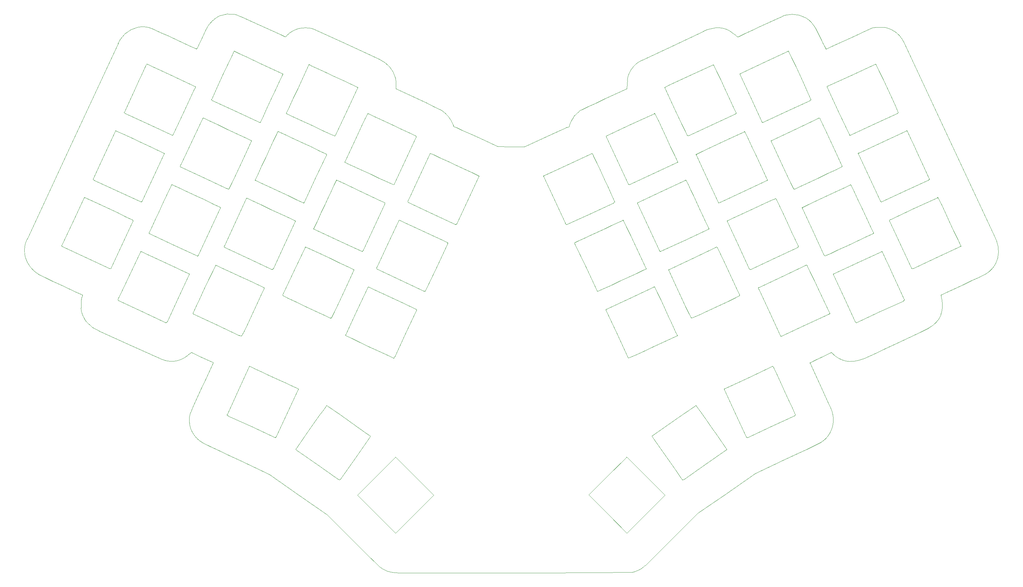
<source format=gbr>
%TF.GenerationSoftware,KiCad,Pcbnew,(5.1.10)-1*%
%TF.CreationDate,2021-09-18T02:49:05-07:00*%
%TF.ProjectId,barobord-switchplate-outside-pcb,6261726f-626f-4726-942d-737769746368,rev?*%
%TF.SameCoordinates,Original*%
%TF.FileFunction,Profile,NP*%
%FSLAX46Y46*%
G04 Gerber Fmt 4.6, Leading zero omitted, Abs format (unit mm)*
G04 Created by KiCad (PCBNEW (5.1.10)-1) date 2021-09-18 02:49:05*
%MOMM*%
%LPD*%
G01*
G04 APERTURE LIST*
%TA.AperFunction,Profile*%
%ADD10C,0.084650*%
%TD*%
G04 APERTURE END LIST*
D10*
X165588658Y-145209810D02*
X170381077Y-140395716D01*
X115686031Y-135538221D02*
G75*
G02*
X115716012Y-135550561I1J-42587D01*
G01*
X125505432Y-145315838D02*
X120574298Y-150246432D01*
X178346235Y-138565371D02*
X180231657Y-140447920D01*
X170381077Y-140395716D02*
X175174249Y-135581999D01*
X165568927Y-145374635D02*
G75*
G02*
X165544882Y-145315843I59853J58792D01*
G01*
X175174248Y-135581999D02*
G75*
G02*
X175279629Y-135538220I105381J-104943D01*
G01*
X180231657Y-140447920D02*
X185140809Y-145357620D01*
X105824854Y-145357620D02*
X110734007Y-140447920D01*
X168559230Y-148408416D02*
X166980969Y-146811555D01*
X175279629Y-135538221D02*
G75*
G02*
X175309612Y-135550563I0J-42590D01*
G01*
X175309612Y-135550563D02*
X176751973Y-136980445D01*
X117152238Y-136974308D02*
X118739756Y-138552491D01*
X115643164Y-155177025D02*
X110734009Y-150267323D01*
X166980969Y-146811555D02*
X165568927Y-145374636D01*
X180231655Y-150267322D02*
X175322501Y-155177023D01*
X118739756Y-138552491D02*
X120617168Y-140427029D01*
X112619428Y-138565371D02*
X114213689Y-136980445D01*
X110734009Y-150267323D02*
X105824854Y-145357620D01*
X115716012Y-135550561D02*
X117152238Y-136974308D01*
X120574298Y-150246432D02*
X115643164Y-155177025D01*
X176751973Y-136980445D02*
X178346235Y-138565371D01*
X165544881Y-145315843D02*
G75*
G02*
X165588658Y-145209810I150302J0D01*
G01*
X185140809Y-145357620D02*
X180231655Y-150267322D01*
X110734007Y-140447920D02*
X112619428Y-138565371D01*
X170433691Y-150288758D02*
X168559230Y-148408416D01*
X175322501Y-155177023D02*
X170433691Y-150288758D01*
X115656050Y-135550561D02*
G75*
G02*
X115686032Y-135538220I29981J-30247D01*
G01*
X114213689Y-136980445D02*
X115656050Y-135550562D01*
X120617168Y-140427029D02*
X125505432Y-145315838D01*
X221434060Y-22289482D02*
G75*
G02*
X222800048Y-23380239I-2923997J-5062522D01*
G01*
X222800048Y-23380239D02*
G75*
G02*
X223308168Y-24018807I-4007899J-3710606D01*
G01*
X217899637Y-21359982D02*
G75*
G02*
X219751392Y-21597054I16870J-7218730D01*
G01*
X219751392Y-21597054D02*
G75*
G02*
X221434059Y-22289482I-1738875J-6616372D01*
G01*
X234634150Y-26629112D02*
X232394482Y-27659149D01*
X238296773Y-24985672D02*
G75*
G02*
X238684210Y-24846502I1159406J-2618813D01*
G01*
X244588342Y-25978650D02*
G75*
G02*
X245468252Y-26752011I-3915127J-5341785D01*
G01*
X258342372Y-53541756D02*
X246549608Y-28328919D01*
X256271806Y-94043061D02*
X256239009Y-93901822D01*
X256526742Y-95110544D02*
G75*
G02*
X256615933Y-96185808I-9568394J-1335015D01*
G01*
X245468251Y-26752011D02*
G75*
G02*
X246175740Y-27651795I-4373777J-4167081D01*
G01*
X256239009Y-93901822D02*
X256219526Y-93786015D01*
X239856959Y-24699675D02*
X239388107Y-24725631D01*
X240502457Y-24691011D02*
X239856959Y-24699675D01*
X242404098Y-24887466D02*
G75*
G02*
X243558142Y-25351788I-2383302J-7589864D01*
G01*
X255865563Y-99515851D02*
X256209085Y-98790907D01*
X267753495Y-88318459D02*
X268020217Y-88177206D01*
X243558142Y-25351789D02*
G75*
G02*
X244588341Y-25978651I-3126959J-6298870D01*
G01*
X266101196Y-89103181D02*
X267753495Y-88318459D01*
X256271139Y-93723341D02*
X257935868Y-92938453D01*
X251049052Y-103294220D02*
X253117841Y-102252735D01*
X245098853Y-106093775D02*
X251049052Y-103294220D01*
X270878463Y-84253877D02*
G75*
G02*
X270386667Y-85589239I-6095702J1486721D01*
G01*
X255463985Y-100214499D02*
X255865563Y-99515851D01*
X246175741Y-27651796D02*
G75*
G02*
X246549608Y-28328919I-4861610J-3126067D01*
G01*
X241865341Y-107605547D02*
X245098853Y-106093775D01*
X270990773Y-81291784D02*
G75*
G02*
X271083222Y-82785601I-7419944J-1208969D01*
G01*
X257935868Y-92938453D02*
X259785512Y-92068830D01*
X256318921Y-94202374D02*
G75*
G02*
X256526741Y-95110544I-5142624J-1654672D01*
G01*
X255067777Y-100759758D02*
G75*
G02*
X254242551Y-101539553I-3696806J3085634D01*
G01*
X270386666Y-85589239D02*
G75*
G02*
X269934144Y-86342416I-5271541J2654709D01*
G01*
X256425510Y-98165245D02*
G75*
G02*
X256209085Y-98790907I-4577381J1233117D01*
G01*
X225834832Y-28843272D02*
X225392432Y-27928185D01*
X270603110Y-79880845D02*
G75*
G02*
X270990774Y-81291784I-6397444J-2516463D01*
G01*
X226560022Y-30294604D02*
X226216854Y-29614090D01*
X226640111Y-30307153D02*
G75*
G02*
X226594229Y-30316400I-42637J93107D01*
G01*
X256584680Y-97260246D02*
G75*
G02*
X256425510Y-98165245I-5147609J438857D01*
G01*
X232394482Y-27659149D02*
X230188933Y-28678575D01*
X236610347Y-25736046D02*
X234634150Y-26629112D01*
X238296772Y-24985671D02*
X236610347Y-25736046D01*
X230188933Y-28678575D02*
X228322400Y-29536604D01*
X261973988Y-91044292D02*
X264183428Y-90008636D01*
X238684210Y-24846502D02*
G75*
G02*
X239016158Y-24772535I854363J-3052361D01*
G01*
X254242552Y-101539553D02*
G75*
G02*
X253117841Y-102252735I-5384489J7248063D01*
G01*
X239388107Y-24725631D02*
X239016158Y-24772535D01*
X268692131Y-87701067D02*
G75*
G02*
X268020217Y-88177206I-3084398J3640452D01*
G01*
X259785512Y-92068830D02*
X261973988Y-91044292D01*
X256219526Y-93786015D02*
G75*
G02*
X256231034Y-93751552I40263J5708D01*
G01*
X241660346Y-24724187D02*
X241221923Y-24697372D01*
X241660346Y-24724187D02*
G75*
G02*
X242012853Y-24782018I-307804J-2979496D01*
G01*
X271083223Y-82785602D02*
G75*
G02*
X270878462Y-84253878I-7370621J279464D01*
G01*
X256231034Y-93751552D02*
G75*
G02*
X256271139Y-93723341I101066J-101066D01*
G01*
X256318921Y-94202374D02*
X256271806Y-94043061D01*
X264183428Y-90008636D02*
X266101196Y-89103181D01*
X256615933Y-96185808D02*
G75*
G02*
X256584680Y-97260246I-9604049J-258317D01*
G01*
X255463985Y-100214499D02*
G75*
G02*
X255067777Y-100759758I-4252325J2673337D01*
G01*
X242404098Y-24887466D02*
X242012853Y-24782018D01*
X269349789Y-87067820D02*
G75*
G02*
X268692131Y-87701066I-5301202J4847439D01*
G01*
X241221923Y-24697372D02*
X240502457Y-24691011D01*
X223843828Y-24877553D02*
X223308168Y-24018807D01*
X224494136Y-26093625D02*
X223843828Y-24877553D01*
X269961580Y-78388773D02*
X258342372Y-53541756D01*
X270603110Y-79880845D02*
X269961580Y-78388773D01*
X269934144Y-86342416D02*
G75*
G02*
X269349789Y-87067821I-6078986J4298909D01*
G01*
X225392432Y-27928185D02*
X224494136Y-26093625D01*
X226216854Y-29614090D02*
X225834832Y-28843272D01*
X226594229Y-30316399D02*
G75*
G02*
X226560022Y-30294604I1259J39717D01*
G01*
X228322400Y-29536604D02*
X226640111Y-30307152D01*
X110573454Y-162890459D02*
X111656046Y-163896224D01*
X228489047Y-126631146D02*
G75*
G02*
X228016025Y-128555497I-7057311J714439D01*
G01*
X224305529Y-132259116D02*
X225315881Y-131753601D01*
X177953192Y-164816806D02*
X178535831Y-164534492D01*
X112904062Y-164669924D02*
X113643611Y-164962314D01*
X217871293Y-135309615D02*
X220088237Y-134269019D01*
X112904063Y-164669924D02*
G75*
G02*
X112257707Y-164337058I2639196J5918745D01*
G01*
X112257707Y-164337059D02*
G75*
G02*
X111656046Y-163896224I1881817J3199345D01*
G01*
X108759247Y-161121664D02*
X110573454Y-162890459D01*
X220088237Y-134269019D02*
X221748963Y-133489205D01*
X116203628Y-165403078D02*
X134735972Y-165409698D01*
X213357686Y-137427473D02*
X215509755Y-136417826D01*
X235021963Y-110619448D02*
G75*
G02*
X233873687Y-110840096I-2194485J8322128D01*
G01*
X229843583Y-110051396D02*
G75*
G02*
X228978735Y-109482573I3641837J6478989D01*
G01*
X223265252Y-110815195D02*
X224152607Y-110372198D01*
X224124232Y-114886201D02*
X223268912Y-113017828D01*
X223094978Y-132849728D02*
X224305529Y-132259116D01*
X221748963Y-133489205D02*
X223094978Y-132849728D01*
X179997451Y-163522007D02*
X181972908Y-161590588D01*
X232762909Y-110896229D02*
G75*
G02*
X231737301Y-110782869I120888J5789908D01*
G01*
X113643611Y-164962314D02*
X114405890Y-165190315D01*
X228402730Y-124674126D02*
G75*
G02*
X228489048Y-126631146I-6659252J-1274131D01*
G01*
X239040580Y-108919925D02*
X241865341Y-107605547D01*
X222507321Y-111346319D02*
G75*
G02*
X222484435Y-111264200I250372J114025D01*
G01*
X227112915Y-121369738D02*
X225137542Y-117084520D01*
X200998786Y-144893000D02*
X208391215Y-139757152D01*
X166687657Y-165341542D02*
X176676357Y-165285183D01*
X236614009Y-110044499D02*
X239040580Y-108919925D01*
X223268912Y-113017828D02*
X222507322Y-111346319D01*
X222484434Y-111264200D02*
G75*
G02*
X222518247Y-111200489I63059J7362D01*
G01*
X236159749Y-110241264D02*
X236614009Y-110044499D01*
X236159749Y-110241264D02*
G75*
G02*
X235021964Y-110619448I-3562900J8818524D01*
G01*
X231737301Y-110782869D02*
G75*
G02*
X230801547Y-110506537I1100759J5450109D01*
G01*
X227035981Y-130256058D02*
G75*
G02*
X225642863Y-131560538I-4904396J3841512D01*
G01*
X179097203Y-164206265D02*
X179633165Y-163834510D01*
X225642863Y-131560538D02*
G75*
G02*
X225315881Y-131753601I-1637160J2399360D01*
G01*
X184260459Y-159337711D02*
X186876682Y-156738414D01*
X98036507Y-150453488D02*
X104808507Y-157196112D01*
X179997451Y-163522007D02*
G75*
G02*
X179633165Y-163834510I-2616345J2681310D01*
G01*
X152297535Y-165395502D02*
X166687657Y-165341542D01*
X116203627Y-165403078D02*
G75*
G02*
X115120769Y-165329134I3804J8021503D01*
G01*
X104808507Y-157196112D02*
X108759247Y-161121664D01*
X228978735Y-109482574D02*
G75*
G02*
X228325170Y-108864913I2584383J3389221D01*
G01*
X178535831Y-164534492D02*
X179097203Y-164206265D01*
X134735972Y-165409698D02*
X152297535Y-165395502D01*
X115120769Y-165329133D02*
G75*
G02*
X114405890Y-165190315I882681J6455703D01*
G01*
X233873688Y-110840097D02*
G75*
G02*
X232762909Y-110896229I-947976J7740582D01*
G01*
X230801548Y-110506537D02*
G75*
G02*
X229843583Y-110051396I2835828J7204461D01*
G01*
X228038659Y-108530189D02*
X228325170Y-108864913D01*
X225255333Y-109843972D02*
X228038659Y-108530189D01*
X224152607Y-110372198D02*
X225255333Y-109843972D01*
X215509755Y-136417826D02*
X217871293Y-135309615D01*
X228202121Y-123932101D02*
G75*
G02*
X228402730Y-124674126I-4837594J-1705989D01*
G01*
X228202121Y-123932101D02*
X227833968Y-122990352D01*
X181972908Y-161590588D02*
X184260459Y-159337711D01*
X222518247Y-111200489D02*
X223265252Y-110815195D01*
X225137542Y-117084520D02*
X224124232Y-114886201D01*
X227833968Y-122990352D02*
X227112915Y-121369738D01*
X228016024Y-128555497D02*
G75*
G02*
X227035980Y-130256057I-6452645J2586020D01*
G01*
X208391215Y-139757152D02*
X213357686Y-137427473D01*
X193606357Y-150028848D02*
X200998786Y-144893000D01*
X186876682Y-156738414D02*
X193606357Y-150028848D01*
X177353557Y-165051103D02*
X177953192Y-164816806D01*
X176676357Y-165285183D02*
X177353557Y-165051103D01*
X36078071Y-100705101D02*
G75*
G02*
X35793274Y-100366145I2946589J2764905D01*
G01*
X65591725Y-117888695D02*
X63461276Y-122549997D01*
X59436106Y-110696362D02*
G75*
G02*
X58749768Y-110811326I-1045294J4134216D01*
G01*
X34948331Y-93936295D02*
X34896696Y-94129685D01*
X36909452Y-101528482D02*
X37292530Y-101857045D01*
X36530815Y-101170320D02*
X36909452Y-101528482D01*
X36078071Y-100705102D02*
X36530815Y-101170320D01*
X35793273Y-100366146D02*
G75*
G02*
X35568604Y-100024112I2607573J1957624D01*
G01*
X34615648Y-96135122D02*
X34619095Y-97126744D01*
X67658993Y-113400024D02*
X66703973Y-115471620D01*
X39265620Y-103012795D02*
X47265386Y-106638256D01*
X34753084Y-94693404D02*
G75*
G02*
X34832440Y-94357213I3476706J-643192D01*
G01*
X70136161Y-133877293D02*
X72766859Y-135114161D01*
X67922165Y-132838442D02*
X70136161Y-133877293D01*
X34974229Y-93746773D02*
G75*
G02*
X34987583Y-93754680I-34155J-72913D01*
G01*
X65138183Y-131304635D02*
G75*
G02*
X64373290Y-130611780I4039214J5227816D01*
G01*
X62547873Y-126324681D02*
G75*
G02*
X62588451Y-125132320I7252015J350073D01*
G01*
X62588450Y-125132319D02*
G75*
G02*
X62832635Y-124095396I4610442J-538496D01*
G01*
X62534622Y-108982666D02*
G75*
G02*
X61842701Y-109561281I-4965029J5234276D01*
G01*
X63215596Y-128953106D02*
G75*
G02*
X62865297Y-128140723I4914927J2601032D01*
G01*
X37292530Y-101857045D02*
X37654663Y-102135796D01*
X62865297Y-128140722D02*
G75*
G02*
X62651836Y-127292742I5124574J1740858D01*
G01*
X68584338Y-111404508D02*
X68499837Y-111578576D01*
X34691937Y-95092225D02*
X34646540Y-95566482D01*
X63008987Y-108532702D02*
X65852741Y-109858561D01*
X34719203Y-97924633D02*
G75*
G02*
X34619095Y-97126744I4999561J1032499D01*
G01*
X57064158Y-110798290D02*
G75*
G02*
X56388707Y-110672616I408231J4072071D01*
G01*
X29512332Y-91189947D02*
X31606984Y-92169877D01*
X61842702Y-109561281D02*
G75*
G02*
X61090297Y-110043071I-4114444J5597062D01*
G01*
X34941528Y-98685898D02*
G75*
G02*
X34719203Y-97924632I4607536J1758715D01*
G01*
X34646540Y-95566482D02*
X34615648Y-96135122D01*
X61090296Y-110043071D02*
G75*
G02*
X60285213Y-110422669I-3336175J6032099D01*
G01*
X34896696Y-94129685D02*
X34832440Y-94357213D01*
X34987582Y-93754680D02*
G75*
G02*
X34991783Y-93766348I-6535J-8943D01*
G01*
X33372906Y-92996670D02*
X34974229Y-93746773D01*
X31606984Y-92169877D02*
X33372906Y-92996670D01*
X60285214Y-110422668D02*
G75*
G02*
X59436107Y-110696362I-2554324J6470557D01*
G01*
X35323354Y-99561971D02*
G75*
G02*
X34941529Y-98685898I9246886J4551380D01*
G01*
X56388707Y-110672616D02*
G75*
G02*
X55438793Y-110330292I1718009J6256410D01*
G01*
X39265620Y-103012796D02*
G75*
G02*
X37967885Y-102340609I5848636J12880278D01*
G01*
X34991783Y-93766348D02*
X34948331Y-93936295D01*
X35323354Y-99561970D02*
X35568604Y-100024112D01*
X27387425Y-90191746D02*
X29512332Y-91189947D01*
X47265386Y-106638256D02*
X55438793Y-110330292D01*
X37967885Y-102340608D02*
G75*
G02*
X37654663Y-102135796I1910345J3263430D01*
G01*
X34753084Y-94693404D02*
X34691937Y-95092225D01*
X90594311Y-145232028D02*
X98036507Y-150453488D01*
X83152115Y-140010568D02*
X90594311Y-145232028D01*
X75695911Y-136494252D02*
X83152115Y-140010568D01*
X72766859Y-135114161D02*
X75695911Y-136494252D01*
X67239517Y-132523263D02*
X67922165Y-132838442D01*
X66703973Y-115471620D02*
X65591725Y-117888695D01*
X66076190Y-131929406D02*
G75*
G02*
X65138183Y-131304635I3970501J6977693D01*
G01*
X67239517Y-132523263D02*
G75*
G02*
X66076190Y-131929406I5963322J13118130D01*
G01*
X62534622Y-108982666D02*
X63008987Y-108532702D01*
X64373290Y-130611779D02*
G75*
G02*
X63733300Y-129814221I4631559J4372085D01*
G01*
X63733300Y-129814221D02*
G75*
G02*
X63215596Y-128953105I7624710J5170168D01*
G01*
X62651836Y-127292742D02*
G75*
G02*
X62547873Y-126324681I8177480J1367818D01*
G01*
X63461276Y-122549997D02*
X62832635Y-124095396D01*
X68499837Y-111578576D02*
X67658993Y-113400024D01*
X68696494Y-111184420D02*
X68584338Y-111404508D01*
X65852741Y-109858561D02*
X68696494Y-111184420D01*
X58749769Y-110811326D02*
G75*
G02*
X57905336Y-110843635I-772894J9149229D01*
G01*
X57905335Y-110843635D02*
G75*
G02*
X57064157Y-110798290I71285J9147177D01*
G01*
X70186656Y-21831003D02*
G75*
G02*
X70521154Y-21692525I1134475J-2267111D01*
G01*
X64371067Y-30270908D02*
X64199104Y-30201907D01*
X69327497Y-22358411D02*
G75*
G02*
X70186657Y-21831003I3467756J-4685553D01*
G01*
X66765460Y-25414555D02*
X65811762Y-27405961D01*
X67113061Y-24752006D02*
G75*
G02*
X67688376Y-23916218I5173598J-2945350D01*
G01*
X68460858Y-23086212D02*
G75*
G02*
X69327497Y-22358412I6351934J-6683775D01*
G01*
X70995197Y-21549880D02*
X70521154Y-21692525D01*
X64199104Y-30201907D02*
X63994433Y-30110658D01*
X72091282Y-21317106D02*
X71536959Y-21419456D01*
X51695564Y-24688563D02*
G75*
G02*
X52409656Y-24874682I-1142524J-5846519D01*
G01*
X62884825Y-29601709D02*
X61593109Y-29008230D01*
X64446726Y-30276669D02*
G75*
G02*
X64371067Y-30270908I-27747J135295D01*
G01*
X71536959Y-21419456D02*
X70995197Y-21549880D01*
X64498388Y-30239591D02*
G75*
G02*
X64446726Y-30276669I-67319J39267D01*
G01*
X25523458Y-89306539D02*
X27387425Y-90191746D01*
X20267616Y-84010535D02*
G75*
G02*
X20112369Y-83207018I4505428J1287247D01*
G01*
X44189449Y-28869946D02*
G75*
G02*
X44797563Y-27764843I8448031J-3928904D01*
G01*
X54568732Y-25774588D02*
X53278784Y-25202433D01*
X64551951Y-30129544D02*
G75*
G02*
X64498388Y-30239591I-758340J301043D01*
G01*
X49215114Y-24716382D02*
G75*
G02*
X50954081Y-24588983I1299266J-5802739D01*
G01*
X52409656Y-24874682D02*
G75*
G02*
X53278784Y-25202433I-3315543J-10108398D01*
G01*
X20063001Y-82236472D02*
G75*
G02*
X20115329Y-81278183I9096614J-16151D01*
G01*
X50954082Y-24588982D02*
G75*
G02*
X51695564Y-24688563I-465242J-6274592D01*
G01*
X67688375Y-23916217D02*
G75*
G02*
X68460858Y-23086212I7144388J-5874773D01*
G01*
X23937635Y-88546302D02*
G75*
G02*
X23600315Y-88364155I1770396J3682038D01*
G01*
X44797564Y-27764843D02*
G75*
G02*
X45970884Y-26389771I5626100J-3612514D01*
G01*
X20775327Y-85301039D02*
G75*
G02*
X20267616Y-84010534I6410196J3267028D01*
G01*
X65811762Y-27405961D02*
X64871892Y-29391166D01*
X47496583Y-25340311D02*
G75*
G02*
X49215115Y-24716382I3283375J-6364930D01*
G01*
X56913272Y-26853218D02*
X55484816Y-26195789D01*
X23937635Y-88546302D02*
X25523458Y-89306539D01*
X21529531Y-86497762D02*
G75*
G02*
X20775327Y-85301040I6180048J4730840D01*
G01*
X45970883Y-26389771D02*
G75*
G02*
X47496582Y-25340311I4896033J-5484063D01*
G01*
X67113060Y-24752005D02*
X66765460Y-25414555D01*
X20273820Y-80515721D02*
G75*
G02*
X20738650Y-79313010I9298971J-2902728D01*
G01*
X23600316Y-88364155D02*
G75*
G02*
X22487682Y-87537947I3703414J6149574D01*
G01*
X55484816Y-26195789D02*
X54568732Y-25774588D01*
X61593109Y-29008230D02*
X60113307Y-28326961D01*
X22487682Y-87537947D02*
G75*
G02*
X21529531Y-86497761I5219117J5768892D01*
G01*
X20112369Y-83207018D02*
G75*
G02*
X20063002Y-82236473I9192891J954130D01*
G01*
X20115329Y-81278183D02*
G75*
G02*
X20273821Y-80515720I3971996J-427947D01*
G01*
X44189449Y-28869946D02*
X32459467Y-54096676D01*
X60113307Y-28326961D02*
X58527643Y-27596535D01*
X63994433Y-30110658D02*
X62884825Y-29601709D01*
X32459467Y-54096676D02*
X20738650Y-79313010D01*
X58527643Y-27596535D02*
X56913272Y-26853218D01*
X64871892Y-29391166D02*
X64551950Y-30129544D01*
X212467069Y-127669001D02*
X206341668Y-130515421D01*
X72532569Y-124913387D02*
G75*
G02*
X72240236Y-124714027I447090J969609D01*
G01*
X79201814Y-112646049D02*
X80852248Y-113414720D01*
X182414941Y-91626051D02*
X183152117Y-93181599D01*
X176096174Y-94539505D02*
X182206363Y-91661053D01*
X78724449Y-112424684D02*
X79201814Y-112646049D01*
X183152117Y-93181599D02*
X183965913Y-94908617D01*
X75106478Y-118380171D02*
X78035391Y-112106478D01*
X213940074Y-114268176D02*
X214877670Y-116270055D01*
X212906557Y-112117375D02*
X213026608Y-112336560D01*
X213115040Y-112510623D02*
X213940074Y-114268176D01*
X213026608Y-112336560D02*
X213115040Y-112510623D01*
X87144213Y-116348434D02*
X88952684Y-117193469D01*
X80852248Y-113414720D02*
X82809992Y-114326969D01*
X203248844Y-124233648D02*
X200365102Y-118025930D01*
X206684782Y-115022602D02*
X212906557Y-112117375D01*
X87739545Y-124204639D02*
X84886064Y-130335570D01*
X204294462Y-116138223D02*
X206684782Y-115022602D01*
X88952684Y-117193469D02*
X90589794Y-117959154D01*
X182206363Y-91661053D02*
G75*
G02*
X182390232Y-91611820I228331J-484777D01*
G01*
X84886064Y-130335570D02*
G75*
G02*
X84783724Y-130490579I-571514J266035D01*
G01*
X202271021Y-117081432D02*
X204294462Y-116138223D01*
X169891080Y-97613139D02*
G75*
G02*
X169884912Y-97504053I134175J62305D01*
G01*
X78557427Y-127689716D02*
X72532569Y-124913386D01*
X73056343Y-122828640D02*
X73987935Y-120790053D01*
X200449493Y-117929819D02*
X202271021Y-117081432D01*
X169884912Y-97504054D02*
G75*
G02*
X169942424Y-97439279I104445J-34814D01*
G01*
X200449493Y-117929819D02*
G75*
G02*
X200396176Y-117951702I-262340J563283D01*
G01*
X218724272Y-124717691D02*
G75*
G02*
X218542887Y-124844551I-449286J449287D01*
G01*
X217941122Y-122895342D02*
X218735212Y-124657984D01*
X72240236Y-124714027D02*
G75*
G02*
X72229338Y-124657578I34499J35937D01*
G01*
X72229338Y-124657578D02*
X73056343Y-122828640D01*
X84685025Y-130510998D02*
X78557427Y-127689716D01*
X90619635Y-118015355D02*
X87739545Y-124204639D01*
X90589794Y-117959154D02*
G75*
G02*
X90609533Y-117971526I-40423J-86427D01*
G01*
X183965913Y-94908617D02*
X184924451Y-96960696D01*
X90609534Y-117971525D02*
G75*
G02*
X90619635Y-118015355I-23069J-28395D01*
G01*
X200365102Y-118025930D02*
G75*
G02*
X200396176Y-117951702I49394J22941D01*
G01*
X85000407Y-115348179D02*
X87144213Y-116348434D01*
X182390231Y-91611820D02*
G75*
G02*
X182414941Y-91626051I2079J-24959D01*
G01*
X218542887Y-124844551D02*
X212467069Y-127669001D01*
X215967700Y-118604483D02*
X217044745Y-120928404D01*
X169942424Y-97439279D02*
X176096174Y-94539505D01*
X217044745Y-120928404D02*
X217941122Y-122895342D01*
X78035391Y-112106478D02*
X78724449Y-112424684D01*
X206124833Y-130421767D02*
X203248844Y-124233648D01*
X218735211Y-124657985D02*
G75*
G02*
X218724272Y-124717690I-48717J-21928D01*
G01*
X82809992Y-114326969D02*
X85000407Y-115348179D01*
X84783724Y-130490580D02*
G75*
G02*
X84685025Y-130510998I-63194J56712D01*
G01*
X206236477Y-130521393D02*
G75*
G02*
X206124833Y-130421767I59717J179289D01*
G01*
X206341668Y-130515420D02*
G75*
G02*
X206236477Y-130521393I-60111J129373D01*
G01*
X73987935Y-120790053D02*
X75106478Y-118380171D01*
X108660082Y-91653526D02*
G75*
G02*
X108759943Y-91694070I-370984J-1056996D01*
G01*
X187857525Y-103254087D02*
X188298704Y-104195079D01*
X112554793Y-93453885D02*
X114912192Y-94550743D01*
X226148056Y-99248520D02*
X220853334Y-101704600D01*
X107103448Y-94696078D02*
X107950330Y-92928992D01*
X222558404Y-87859940D02*
X223523387Y-89881967D01*
X118259833Y-103698026D02*
X115514061Y-109662014D01*
X121073639Y-97493841D02*
G75*
G02*
X121071320Y-97587675I-110152J-44224D01*
G01*
X109029406Y-107154756D02*
X106196005Y-105827659D01*
X223523387Y-89881967D02*
X224651795Y-92284431D01*
X69434596Y-86064284D02*
X71244066Y-86897938D01*
X113450366Y-109204445D02*
X111428171Y-108269858D01*
X221633558Y-86022044D02*
G75*
G02*
X221687391Y-86054208I2502J-56944D01*
G01*
X184924451Y-96960696D02*
X185911023Y-99079294D01*
X103622348Y-102203460D02*
X104551576Y-100177220D01*
X106196005Y-105827659D02*
X104295737Y-104917980D01*
X108558441Y-91694866D02*
G75*
G02*
X108660082Y-91653526I74206J-36826D01*
G01*
X114912192Y-94550743D02*
X117263255Y-95650992D01*
X214943843Y-104336613D02*
X212084144Y-98250608D01*
X188298704Y-104195079D02*
X182022975Y-107123612D01*
X110549016Y-92522967D02*
X112554793Y-93453885D01*
X115514061Y-109662015D02*
G75*
G02*
X115299380Y-110041955I-2400012J1105479D01*
G01*
X187571177Y-102641648D02*
X187857525Y-103254087D01*
X215300359Y-88939790D02*
X221304401Y-86103464D01*
X102834267Y-104204325D02*
G75*
G02*
X102776907Y-104112339I45077J91986D01*
G01*
X111428171Y-108269858D02*
X109029406Y-107154756D01*
X224651795Y-92284431D02*
X227577331Y-98550892D01*
X102776906Y-104112339D02*
G75*
G02*
X102798437Y-104013024I239822J0D01*
G01*
X104295737Y-104917980D02*
X102834267Y-104204325D01*
X117263255Y-95650992D02*
X119248735Y-96591997D01*
X172733118Y-103732647D02*
X169891081Y-97613139D01*
X177572134Y-109173281D02*
X175742614Y-109999528D01*
X108759943Y-91694070D02*
X110549016Y-92522967D01*
X119248735Y-96591997D02*
X121023438Y-97440300D01*
X215112315Y-104364899D02*
G75*
G02*
X215016277Y-104384358I-88840J191732D01*
G01*
X186813947Y-101017244D02*
X187571177Y-102641648D01*
X185911023Y-99079294D02*
X186813947Y-101017244D01*
X107950330Y-92928992D02*
X108558442Y-91694866D01*
X209286075Y-92291846D02*
G75*
G02*
X209159693Y-91918742I1592411J747356D01*
G01*
X73265197Y-87831894D02*
X75644743Y-88936294D01*
X215016277Y-104384358D02*
G75*
G02*
X214943843Y-104336613I2833J83116D01*
G01*
X69350941Y-86035846D02*
G75*
G02*
X69434596Y-86064284I-94485J-415200D01*
G01*
X221304400Y-86103463D02*
G75*
G02*
X221633557Y-86022044I366889J-777174D01*
G01*
X220853334Y-101704600D02*
X215112314Y-104364899D01*
X71244066Y-86897938D02*
X73265197Y-87831894D01*
X69279454Y-86070088D02*
G75*
G02*
X69350942Y-86035846I57334J-27953D01*
G01*
X175552486Y-109800863D02*
X172733118Y-103732647D01*
X121023439Y-97440300D02*
G75*
G02*
X121073639Y-97493841I-43630J-91212D01*
G01*
X175683900Y-109988798D02*
G75*
G02*
X175552486Y-109800863I465212J465211D01*
G01*
X175742614Y-109999529D02*
G75*
G02*
X175683899Y-109988798I-21593J47852D01*
G01*
X105655007Y-97795895D02*
X107103448Y-94696078D01*
X221687391Y-86054208D02*
X222558404Y-87859940D01*
X115299380Y-110041955D02*
G75*
G02*
X115280643Y-110047164I-12444J8459D01*
G01*
X115280643Y-110047164D02*
X113450366Y-109204445D01*
X212084144Y-98250608D02*
X209286075Y-92291847D01*
X102798437Y-104013024D02*
X103622348Y-102203460D01*
X209208000Y-91820576D02*
X215300359Y-88939790D01*
X179612093Y-108241957D02*
X177572134Y-109173281D01*
X182022975Y-107123612D02*
X179612093Y-108241957D01*
X121071320Y-97587675D02*
X118259833Y-103698026D01*
X104551576Y-100177220D02*
X105655007Y-97795895D01*
X209159694Y-91918742D02*
G75*
G02*
X209208000Y-91820576I85891J18702D01*
G01*
X227267894Y-98706726D02*
X226148056Y-99248520D01*
X227577331Y-98550892D02*
X227267894Y-98706726D01*
X80945226Y-93811297D02*
X80010759Y-95831392D01*
X228462611Y-88337174D02*
G75*
G02*
X228561564Y-88267989I244866J-244866D01*
G01*
X78905607Y-98209791D02*
X77454686Y-101313170D01*
X241904768Y-84350964D02*
X242851762Y-86374675D01*
X234761072Y-85387816D02*
X240995390Y-82491757D01*
X81773233Y-91848629D02*
G75*
G02*
X81807405Y-91919322I-27698J-56994D01*
G01*
X75416978Y-104189032D02*
X69547059Y-101428487D01*
X76000185Y-104311210D02*
G75*
G02*
X75894729Y-104359743I-82835J41152D01*
G01*
X76607647Y-103079474D02*
X76000185Y-104311209D01*
X80010759Y-95831392D02*
X78905607Y-98209791D01*
X241031779Y-82498201D02*
G75*
G02*
X241046417Y-82519065I-52167J-52168D01*
G01*
X242851762Y-86374675D02*
X243972310Y-88774133D01*
X75644743Y-88936294D02*
X78252523Y-90155988D01*
X241046417Y-82519065D02*
X241904768Y-84350964D01*
X81807404Y-91919322D02*
G75*
G02*
X81779347Y-92002605I-401540J88910D01*
G01*
X80185244Y-91078430D02*
X81773233Y-91848628D01*
X228561564Y-88267989D02*
X234761072Y-85387816D01*
X78252523Y-90155988D02*
X80185244Y-91078430D01*
X68509464Y-87652654D02*
X69279454Y-86070088D01*
X67583349Y-89587256D02*
X68509464Y-87652654D01*
X81779347Y-92002605D02*
X80945226Y-93811297D01*
X228453250Y-88390042D02*
G75*
G02*
X228462611Y-88337174I42490J19739D01*
G01*
X77454686Y-101313170D02*
X76607647Y-103079474D01*
X240995390Y-82491757D02*
G75*
G02*
X241031779Y-82498201I13586J-29247D01*
G01*
X66350241Y-92215863D02*
X67583349Y-89587256D01*
X65240938Y-94600874D02*
X66350241Y-92215863D01*
X64306876Y-96622915D02*
X65240938Y-94600874D01*
X63471470Y-98439728D02*
X64306876Y-96622915D01*
X63456982Y-98505935D02*
G75*
G02*
X63471470Y-98439728I158520J0D01*
G01*
X63507458Y-98585491D02*
G75*
G02*
X63456982Y-98505936I37455J79555D01*
G01*
X69547059Y-101428487D02*
X63507458Y-98585491D01*
X75894729Y-104359743D02*
G75*
G02*
X75416978Y-104189032I646438J2562984D01*
G01*
X92449607Y-81362561D02*
G75*
G02*
X92515086Y-81376614I1277J-153626D01*
G01*
X49956436Y-82525313D02*
G75*
G02*
X50035484Y-82495221I55184J-26092D01*
G01*
X47091289Y-88586167D02*
X49956435Y-82525313D01*
X44139116Y-94970711D02*
G75*
G02*
X44312325Y-94471299I2412228J-556880D01*
G01*
X186044097Y-87298690D02*
G75*
G02*
X186030182Y-87235165I138041J63525D01*
G01*
X188928258Y-93528907D02*
X187817103Y-91141381D01*
X44312325Y-94471299D02*
X47091289Y-88586167D01*
X186030181Y-87235165D02*
G75*
G02*
X186083144Y-87151724I92211J0D01*
G01*
X59645524Y-94566645D02*
X56809896Y-100675604D01*
X96351401Y-83146156D02*
X98734869Y-84255592D01*
X58665796Y-86526697D02*
X60665301Y-87465031D01*
X191970359Y-99702906D02*
G75*
G02*
X191850577Y-99648821I-26443J101120D01*
G01*
X56296908Y-85418203D02*
X58665796Y-86526697D01*
X198271144Y-81421536D02*
G75*
G02*
X198516684Y-81364013I258307J-549783D01*
G01*
X204370076Y-93789907D02*
G75*
G02*
X204316482Y-93908043I-100061J-25831D01*
G01*
X201467582Y-87504645D02*
X202568844Y-89869782D01*
X201501355Y-95281621D02*
X198260666Y-96798994D01*
X203193904Y-94467039D02*
X201501355Y-95281621D01*
X92370976Y-81412913D02*
G75*
G02*
X92449607Y-81362562I79360J-37360D01*
G01*
X192081967Y-99662925D02*
G75*
G02*
X191970359Y-99702905I-281859J611059D01*
G01*
X94330820Y-82212099D02*
X96351401Y-83146156D01*
X204316482Y-93908043D02*
X203193904Y-94467039D01*
X56690104Y-100855058D02*
G75*
G02*
X56532583Y-100886191I-99971J91749D01*
G01*
X198516685Y-81364013D02*
G75*
G02*
X198566218Y-81394425I1128J-53706D01*
G01*
X187817103Y-91141381D02*
X186881491Y-89117810D01*
X195893968Y-97900551D02*
X193877546Y-98834345D01*
X62510750Y-88392216D02*
X59645524Y-94566645D01*
X191850577Y-99648821D02*
X191291219Y-98526316D01*
X204330620Y-93679235D02*
G75*
G02*
X204370076Y-93789907I-594597J-274351D01*
G01*
X56532583Y-100886191D02*
X50369340Y-97998181D01*
X231323436Y-94568058D02*
X228453250Y-88390042D01*
X234279152Y-100856446D02*
G75*
G02*
X234163907Y-100680629I543797J482126D01*
G01*
X191291219Y-98526316D02*
X190471821Y-96824327D01*
X92515086Y-81376614D02*
X94330820Y-82212099D01*
X234367567Y-100875034D02*
G75*
G02*
X234279152Y-100856447I-31679J68889D01*
G01*
X246535518Y-95276566D02*
X240504880Y-98052288D01*
X246828538Y-95083575D02*
G75*
G02*
X246535518Y-95276566I-781365J867412D01*
G01*
X199418688Y-83167084D02*
X200362681Y-85149574D01*
X243972310Y-88774133D02*
X245086805Y-91176014D01*
X198260666Y-96798994D02*
X195893968Y-97900551D01*
X60665301Y-87465031D02*
X62471346Y-88314153D01*
X198566218Y-81394425D02*
X199418688Y-83167084D01*
X186083144Y-87151724D02*
X192207708Y-84271449D01*
X202568844Y-89869782D02*
X203502258Y-91884691D01*
X203502258Y-91884691D02*
X204330620Y-93679235D01*
X53924037Y-84309323D02*
X56296908Y-85418203D01*
X56809895Y-100675604D02*
G75*
G02*
X56690104Y-100855058I-638142J296272D01*
G01*
X192207708Y-84271449D02*
X198271145Y-81421536D01*
X186881491Y-89117810D02*
X186044097Y-87298690D01*
X200362681Y-85149574D02*
X201467582Y-87504645D01*
X190471821Y-96824327D02*
X188928258Y-93528907D01*
X193877546Y-98834345D02*
X192081967Y-99662925D01*
X51911540Y-83369462D02*
X53924037Y-84309323D01*
X62471346Y-88314153D02*
G75*
G02*
X62500547Y-88334669I-44122J-93839D01*
G01*
X245086805Y-91176014D02*
X246015089Y-93207145D01*
X234163907Y-100680629D02*
X231323436Y-94568058D01*
X240504880Y-98052288D02*
X234367566Y-100875034D01*
X44205255Y-95106739D02*
G75*
G02*
X44139116Y-94970712I51134J108954D01*
G01*
X50369340Y-97998181D02*
X44205254Y-95106741D01*
X62500547Y-88334669D02*
G75*
G02*
X62510750Y-88392216I-36074J-36074D01*
G01*
X246839735Y-95030123D02*
G75*
G02*
X246828538Y-95083575I-42174J-19064D01*
G01*
X246015089Y-93207145D02*
X246839736Y-95030122D01*
X50106979Y-82527079D02*
X51911540Y-83369462D01*
X50035484Y-82495221D02*
X50106979Y-82527079D01*
X104935481Y-87233162D02*
G75*
G02*
X104921292Y-87298029I-155365J0D01*
G01*
X175242396Y-76269688D02*
X176209142Y-78296719D01*
X161844445Y-80244449D02*
X162308514Y-80014621D01*
X175896293Y-89018880D02*
X173628957Y-90076422D01*
X177871534Y-88098647D02*
X175896293Y-89018880D01*
X179571609Y-87307371D02*
X177871534Y-88098647D01*
X110829642Y-87005463D02*
G75*
G02*
X110776332Y-86921413I39602J84050D01*
G01*
X123056628Y-92763905D02*
X116967018Y-89896683D01*
X116749613Y-74466818D02*
X118558519Y-75301541D01*
X176209142Y-78296719D02*
X177339434Y-80706018D01*
X167773358Y-92799060D02*
G75*
G02*
X167719923Y-92817148I-110294J237855D01*
G01*
X116566803Y-74487992D02*
G75*
G02*
X116668358Y-74438918I81157J-38330D01*
G01*
X174315361Y-74429499D02*
G75*
G02*
X174369898Y-74460364I5006J-54770D01*
G01*
X97140854Y-98850651D02*
X95120573Y-97916036D01*
X98948429Y-99684130D02*
X97140854Y-98850651D01*
X118558519Y-75301541D02*
X120578159Y-76236145D01*
X103151152Y-91140177D02*
X102041614Y-93527305D01*
X98734869Y-84255592D02*
X101112378Y-85371168D01*
X164387241Y-79041562D02*
X165972124Y-78303466D01*
X173628957Y-90076422D02*
X171384598Y-91122532D01*
X179869730Y-87170979D02*
X179571609Y-87307371D01*
X110776331Y-86921413D02*
G75*
G02*
X110846105Y-86609760I730903J1D01*
G01*
X99113004Y-99675744D02*
G75*
G02*
X99035577Y-99713278I-62646J30601D01*
G01*
X172912127Y-75062831D02*
X174243298Y-74448790D01*
X177339434Y-80706018D02*
X180269653Y-86991115D01*
X116668358Y-74438917D02*
G75*
G02*
X116749613Y-74466818I-96369J-412922D01*
G01*
X164745771Y-86602512D02*
X161860394Y-80465308D01*
X101112378Y-85371168D02*
X103114052Y-86323918D01*
X120578159Y-76236145D02*
X122956566Y-77341345D01*
X180269653Y-86991115D02*
X179869730Y-87170979D01*
X89524249Y-87461039D02*
X92370976Y-81412914D01*
X86756001Y-93347618D02*
X89524249Y-87461039D01*
X86593779Y-93805771D02*
G75*
G02*
X86756001Y-93347618I2387566J-587588D01*
G01*
X103114052Y-86323918D02*
X104904857Y-87184455D01*
X162840730Y-79757909D02*
X163472235Y-79464159D01*
X86639279Y-93903629D02*
G75*
G02*
X86593779Y-93805770I38188J77263D01*
G01*
X87938287Y-94542061D02*
X86639279Y-93903629D01*
X89741761Y-95406595D02*
X87938287Y-94542061D01*
X167806963Y-77446400D02*
X169670192Y-76573476D01*
X167653274Y-92784437D02*
X164745771Y-86602512D01*
X163472235Y-79464159D02*
X164387241Y-79041562D01*
X169483827Y-92005812D02*
X167773358Y-92799060D01*
X174243298Y-74448790D02*
G75*
G02*
X174315360Y-74429499I92083J-199743D01*
G01*
X162308514Y-80014621D02*
X162840730Y-79757909D01*
X167719923Y-92817149D02*
G75*
G02*
X167653274Y-92784437I-12885J58001D01*
G01*
X171384598Y-91122532D02*
X169483827Y-92005812D01*
X92742969Y-96810845D02*
X89741761Y-95406595D01*
X104904857Y-87184455D02*
G75*
G02*
X104935482Y-87233162I-23421J-48707D01*
G01*
X95120573Y-97916036D02*
X92742969Y-96810845D01*
X100768215Y-96244590D02*
X99853218Y-98156433D01*
X102041614Y-93527305D02*
X100768215Y-96244590D01*
X174369898Y-74460364D02*
X175242396Y-76269688D01*
X110846105Y-86609760D02*
X113686659Y-80587907D01*
X165972124Y-78303466D02*
X167806963Y-77446400D01*
X113686659Y-80587907D02*
X116566803Y-74487991D01*
X99035578Y-99713278D02*
G75*
G02*
X98948429Y-99684130I89414J412183D01*
G01*
X171421866Y-75754174D02*
X172912127Y-75062831D01*
X99853218Y-98156433D02*
X99113004Y-99675743D01*
X104921292Y-87298029D02*
X104085408Y-89116649D01*
X116967018Y-89896683D02*
X110829642Y-87005463D01*
X104085408Y-89116649D02*
X103151152Y-91140177D01*
X169670192Y-76573476D02*
X171421866Y-75754174D01*
X161822937Y-80277457D02*
G75*
G02*
X161844445Y-80244449I38809J-1777D01*
G01*
X161860394Y-80465307D02*
G75*
G02*
X161822937Y-80277457I360866J169615D01*
G01*
X187399988Y-126148252D02*
X189586158Y-124625156D01*
X182197864Y-130833978D02*
X181709221Y-130132220D01*
X214877670Y-116270055D02*
X215967700Y-118604483D01*
X109174917Y-130119431D02*
G75*
G02*
X109194772Y-130169768I-29105J-40564D01*
G01*
X98091740Y-122312149D02*
X99711501Y-123441527D01*
X109194771Y-130169768D02*
G75*
G02*
X109100306Y-130390177I-569672J113709D01*
G01*
X92430726Y-129932019D02*
X93935812Y-127776399D01*
X101347419Y-141411357D02*
G75*
G02*
X101253207Y-141458341I-90625J63773D01*
G01*
X101017225Y-141379101D02*
X95558933Y-137517330D01*
X109100306Y-130390177D02*
X105241932Y-135876253D01*
X107577024Y-128973533D02*
X109174917Y-130119431D01*
X93935812Y-127776399D02*
X95989087Y-124856324D01*
X103665732Y-126206770D02*
X105790588Y-127702069D01*
X199833340Y-131776013D02*
X200966399Y-133394860D01*
X105790588Y-127702069D02*
X107577024Y-128973533D01*
X187438947Y-138316050D02*
X185022882Y-134880092D01*
X97103251Y-123307777D02*
X97867377Y-122275316D01*
X90033820Y-133408033D02*
X91161942Y-131766403D01*
X91161942Y-131766403D02*
X92430726Y-129932019D01*
X189702689Y-141460292D02*
G75*
G02*
X189633205Y-141422268I4122J90032D01*
G01*
X197077928Y-127835070D02*
X198567908Y-129966970D01*
X189586158Y-124625156D02*
X191435743Y-123353112D01*
X90003248Y-133495418D02*
G75*
G02*
X90033820Y-133408033I176127J-12577D01*
G01*
X201018235Y-133465046D02*
G75*
G02*
X201002790Y-133569409I-57547J-44808D01*
G01*
X198567908Y-129966970D02*
X199833340Y-131776013D01*
X181709221Y-130132220D02*
X187399988Y-126148252D01*
X200966399Y-133394860D02*
X201018234Y-133465046D01*
X105241932Y-135876253D02*
X101347419Y-141411357D01*
X189926769Y-141394769D02*
G75*
G02*
X189702689Y-141460292I-207614J294087D01*
G01*
X191435743Y-123353112D02*
X193096049Y-122221171D01*
X95558933Y-137517330D02*
X90066057Y-133628266D01*
X194325399Y-123900677D02*
X195588609Y-125704708D01*
X201002790Y-133569409D02*
X195446997Y-137496025D01*
X99711501Y-123441527D02*
X101530683Y-124712069D01*
X193096050Y-122221171D02*
G75*
G02*
X193147437Y-122227390I22137J-32491D01*
G01*
X195446997Y-137496025D02*
X189926768Y-141394769D01*
X101253206Y-141458340D02*
G75*
G02*
X101017225Y-141379101I14016J432744D01*
G01*
X185022882Y-134880092D02*
X182197864Y-130833978D01*
X101530683Y-124712069D02*
X103665732Y-126206770D01*
X97867377Y-122275316D02*
G75*
G02*
X97990521Y-122248949I76650J-57234D01*
G01*
X195588609Y-125704708D02*
X197077928Y-127835070D01*
X189633205Y-141422268D02*
X187438947Y-138316050D01*
X97990521Y-122248948D02*
G75*
G02*
X98091740Y-122312149I-573108J-1030517D01*
G01*
X95989087Y-124856324D02*
X97103251Y-123307777D01*
X193190134Y-122281106D02*
X194325399Y-123900677D01*
X90066057Y-133628266D02*
G75*
G02*
X90003248Y-133495418I86533J122183D01*
G01*
X193147436Y-122227390D02*
G75*
G02*
X193190134Y-122281106I-424228J-381040D01*
G01*
X129108817Y-80449956D02*
X126233288Y-86588205D01*
X202983148Y-73741306D02*
X205009698Y-72791659D01*
X219453762Y-81173879D02*
G75*
G02*
X219482833Y-81256423I-423521J-195549D01*
G01*
X87000222Y-80844419D02*
X84186146Y-86923602D01*
X129142958Y-80280936D02*
G75*
G02*
X129108817Y-80449956I-364346J-14363D01*
G01*
X201111428Y-74683018D02*
G75*
G02*
X201122183Y-74622352I48782J22638D01*
G01*
X127324705Y-79392066D02*
X129119338Y-80245133D01*
X125327892Y-78449332D02*
X127324705Y-79392066D01*
X85943567Y-72776551D02*
X87968429Y-73725914D01*
X122956566Y-77341345D02*
X125327892Y-78449332D01*
X84186146Y-86923602D02*
G75*
G02*
X84038259Y-87139003I-708998J328309D01*
G01*
X218642003Y-79416201D02*
X219453763Y-81173879D01*
X215577629Y-72822864D02*
X216657537Y-75140445D01*
X214652359Y-70840144D02*
X215577629Y-72822864D01*
X71484185Y-81254896D02*
G75*
G02*
X71529970Y-81128619I742267J-197691D01*
G01*
X213835386Y-69091423D02*
X214652359Y-70840144D01*
X213761732Y-68940908D02*
X213835386Y-69091423D01*
X213583475Y-68870917D02*
G75*
G02*
X213761732Y-68940908I49516J-135882D01*
G01*
X203975260Y-80853491D02*
X201111429Y-74683018D01*
X205009698Y-72791659D02*
X207410268Y-71670160D01*
X213254557Y-84284307D02*
X207091976Y-87172990D01*
X89848026Y-74689555D02*
X87000222Y-80844419D01*
X81154493Y-70542677D02*
X83547656Y-71657976D01*
X79138875Y-69603773D02*
X81154493Y-70542677D01*
X83880194Y-87168031D02*
X77713985Y-84279416D01*
X89791091Y-74582863D02*
G75*
G02*
X89834469Y-74613341I-65557J-139412D01*
G01*
X212858424Y-69158536D02*
X213583474Y-68870916D01*
X201153434Y-74600408D02*
X202983148Y-73741306D01*
X216657537Y-75140445D02*
X217732506Y-77452311D01*
X71545663Y-81386881D02*
G75*
G02*
X71484185Y-81254895I48217J102770D01*
G01*
X211506953Y-69762686D02*
X212858424Y-69158536D01*
X207410268Y-71670160D02*
X211506953Y-69762686D01*
X219418425Y-81391969D02*
X213254557Y-84284307D01*
X71529970Y-81128619D02*
X74395147Y-74969229D01*
X201122183Y-74622352D02*
G75*
G02*
X201153434Y-74600408I78342J-78343D01*
G01*
X206933279Y-87142124D02*
G75*
G02*
X206808813Y-86956875I523372J486083D01*
G01*
X77283098Y-68761213D02*
G75*
G02*
X77301669Y-68749370I18571J-8639D01*
G01*
X89834469Y-74613341D02*
G75*
G02*
X89848026Y-74689555I-47819J-47819D01*
G01*
X219482833Y-81256423D02*
G75*
G02*
X219418425Y-81391969I-114610J-28616D01*
G01*
X217732506Y-77452311D02*
X218642003Y-79416201D01*
X77713985Y-84279416D02*
X71545664Y-81386881D01*
X87968429Y-73725914D02*
X89791091Y-74582863D01*
X77301669Y-68749370D02*
G75*
G02*
X77306330Y-68750402I0J-11041D01*
G01*
X123273507Y-92807592D02*
G75*
G02*
X123056628Y-92763905I-19618J462788D01*
G01*
X129119339Y-80245133D02*
G75*
G02*
X129142957Y-80280936I-17802J-37435D01*
G01*
X123339404Y-92763714D02*
G75*
G02*
X123273507Y-92807593I-69130J32398D01*
G01*
X206808813Y-86956875D02*
X203975260Y-80853491D01*
X126233288Y-86588205D02*
X123339404Y-92763714D01*
X74395147Y-74969229D02*
X77283098Y-68761213D01*
X207091976Y-87172989D02*
G75*
G02*
X206933279Y-87142124I-58192J124209D01*
G01*
X77306330Y-68750402D02*
X79138875Y-69603773D01*
X84038259Y-87139004D02*
G75*
G02*
X83880194Y-87168031I-99383J96302D01*
G01*
X233872742Y-67160218D02*
X234830002Y-69180862D01*
X220517816Y-71362685D02*
G75*
G02*
X220467954Y-71222302I723514J336027D01*
G01*
X231079301Y-66153616D02*
X232900788Y-65318049D01*
X227764324Y-83006086D02*
X226310726Y-83651671D01*
X234830002Y-69180862D02*
X235951957Y-71577195D01*
X229662075Y-82145234D02*
X227764324Y-83006086D01*
X234938569Y-79690445D02*
X232538267Y-80811011D01*
X46125719Y-73519969D02*
X47929286Y-74370631D01*
X41737236Y-71464265D02*
X44113883Y-72574670D01*
X233008050Y-65349178D02*
X233872742Y-67160218D01*
X229053347Y-67088910D02*
X231079301Y-66153616D01*
X238794174Y-77882799D02*
X236965285Y-78741201D01*
X29694080Y-81201944D02*
G75*
G02*
X29619303Y-81155111I149944J322522D01*
G01*
X232900788Y-65318048D02*
G75*
G02*
X232962223Y-65312074I39355J-85830D01*
G01*
X29607431Y-81103149D02*
X32530426Y-74856862D01*
X232962223Y-65312075D02*
G75*
G02*
X233008050Y-65349178I-16031J-66653D01*
G01*
X223972828Y-69468468D02*
X226662182Y-68203330D01*
X223306462Y-77366642D02*
X220517816Y-71362686D01*
X226662182Y-68203330D02*
X229053347Y-67088910D01*
X226043186Y-83257420D02*
X223306462Y-77366642D01*
X42029590Y-86936536D02*
X35866515Y-84071504D01*
X42132976Y-86972547D02*
G75*
G02*
X42029590Y-86936536I127821J533385D01*
G01*
X226228411Y-83623797D02*
X226043186Y-83257420D01*
X83547656Y-71657976D02*
X85943567Y-72776551D01*
X249015883Y-86907647D02*
G75*
G02*
X248862879Y-86963326I-398174J856114D01*
G01*
X39361824Y-70358384D02*
X41737236Y-71464265D01*
X220502420Y-71147905D02*
X222048561Y-70392572D01*
X249238648Y-71462140D02*
X255366959Y-68612699D01*
X42247429Y-86917331D02*
G75*
G02*
X42132976Y-86972547I-91040J42481D01*
G01*
X261353061Y-81134414D02*
G75*
G02*
X261349162Y-81155261I-16639J-7676D01*
G01*
X242978092Y-74412774D02*
G75*
G02*
X243162830Y-74288135I483294J-517100D01*
G01*
X220467954Y-71222302D02*
G75*
G02*
X220502420Y-71147905I63082J15958D01*
G01*
X258452972Y-74878823D02*
X259570608Y-77278620D01*
X260507813Y-79302458D02*
X261353061Y-81134413D01*
X226310726Y-83651670D02*
G75*
G02*
X226228411Y-83623797I-25989J58732D01*
G01*
X44113883Y-72574670D02*
X46125719Y-73519969D01*
X257328965Y-72479336D02*
X258452972Y-74878823D01*
X256371879Y-70455974D02*
X257328965Y-72479336D01*
X255130352Y-84063655D02*
X249015883Y-86907647D01*
X255366959Y-68612700D02*
G75*
G02*
X255467416Y-68605060I60398J-129912D01*
G01*
X48014451Y-74548633D02*
X45132439Y-80732094D01*
X255506604Y-68638394D02*
X256371879Y-70455974D01*
X261349162Y-81155261D02*
G75*
G02*
X261278995Y-81203480I-178388J184422D01*
G01*
X35540498Y-68588052D02*
X37354374Y-69427303D01*
X255467417Y-68605059D02*
G75*
G02*
X255506604Y-68638394I-17582J-60370D01*
G01*
X243162830Y-74288135D02*
X249238648Y-71462140D01*
X242947896Y-74569315D02*
G75*
G02*
X242978092Y-74412775I122760J57502D01*
G01*
X261278995Y-81203480D02*
X255130352Y-84063655D01*
X47929286Y-74370630D02*
G75*
G02*
X47989369Y-74412260I-94889J-201125D01*
G01*
X245837284Y-80734746D02*
X242947895Y-74569314D01*
X248730392Y-86901819D02*
X245837284Y-80734746D01*
X37354374Y-69427303D02*
X39361824Y-70358384D01*
X32530426Y-74856862D02*
X35452730Y-68612834D01*
X248862879Y-86963326D02*
G75*
G02*
X248730392Y-86901819I-29532J109830D01*
G01*
X259570608Y-77278620D02*
X260507813Y-79302458D01*
X236965285Y-78741201D02*
X234938569Y-79690445D01*
X35504239Y-68580071D02*
G75*
G02*
X35540498Y-68588052I0J-86355D01*
G01*
X35452729Y-68612834D02*
G75*
G02*
X35504239Y-68580070I51510J-24109D01*
G01*
X29619303Y-81155111D02*
G75*
G02*
X29607431Y-81103149I27383J33594D01*
G01*
X35866515Y-84071504D02*
X29694080Y-81201944D01*
X222048561Y-70392572D02*
X223972828Y-69468468D01*
X45132439Y-80732094D02*
X42247429Y-86917330D01*
X47989369Y-74412261D02*
G75*
G02*
X48014451Y-74548633I-83397J-85831D01*
G01*
X232538267Y-80811011D02*
X229662075Y-82145234D01*
X54745547Y-72165514D02*
X55778185Y-69952677D01*
X53734410Y-74337447D02*
X54745547Y-72165514D01*
X52887413Y-76170151D02*
X53734410Y-74337447D01*
X52217650Y-77912435D02*
G75*
G02*
X52129917Y-77851122I130049J279514D01*
G01*
X180861143Y-76223687D02*
X178016677Y-70101879D01*
X183873063Y-82490683D02*
G75*
G02*
X183812318Y-82479567I-22325J49536D01*
G01*
X52125511Y-77826585D02*
X52887413Y-76170151D01*
X178016678Y-70101879D02*
G75*
G02*
X178010617Y-69994889I131554J61119D01*
G01*
X52129916Y-77851121D02*
G75*
G02*
X52125511Y-77826585I15399J15428D01*
G01*
X98253445Y-68730502D02*
X99080229Y-66954109D01*
X64238059Y-68166505D02*
X66620392Y-69277583D01*
X196422949Y-76691138D02*
X190150420Y-79618139D01*
X191715333Y-66588510D02*
X192439421Y-68137329D01*
X184217649Y-67035218D02*
X190317219Y-64162007D01*
X100434754Y-64097719D02*
X102268944Y-64950326D01*
X99080229Y-66954109D02*
X99778794Y-65458271D01*
X192439421Y-68137329D02*
X193236464Y-69849666D01*
X104289451Y-65890523D02*
X106686493Y-67007771D01*
X70513017Y-71177250D02*
X67659648Y-77376348D01*
X195371417Y-74434417D02*
X196422949Y-76691138D01*
X97371987Y-70625867D02*
X98253445Y-68730502D01*
X102268944Y-64950326D02*
X104289451Y-65890523D01*
X64835849Y-83508855D02*
G75*
G02*
X64702580Y-83700139I-601684J277131D01*
G01*
X190317220Y-64162007D02*
G75*
G02*
X190516632Y-64102801I293559J-623317D01*
G01*
X183812318Y-82479567D02*
G75*
G02*
X183683295Y-82295084I456913J456913D01*
G01*
X194076386Y-71653750D02*
X194840013Y-73293644D01*
X70499139Y-71108093D02*
G75*
G02*
X70513017Y-71177250I-40546J-44108D01*
G01*
X190150420Y-79618139D02*
X187740608Y-80735734D01*
X100422393Y-64095915D02*
G75*
G02*
X100434754Y-64097719I3159J-21601D01*
G01*
X64702580Y-83700140D02*
G75*
G02*
X64670491Y-83705812I-20099J20100D01*
G01*
X237997646Y-75999178D02*
X238833587Y-77825890D01*
X237065757Y-73974862D02*
X237997646Y-75999178D01*
X187740608Y-80735734D02*
X185701184Y-81666071D01*
X61856758Y-67059242D02*
X64238059Y-68166505D01*
X59845018Y-66127007D02*
X61856758Y-67059242D01*
X57992985Y-65278721D02*
G75*
G02*
X58026158Y-65286018I0J-79048D01*
G01*
X57969409Y-65292728D02*
G75*
G02*
X57992985Y-65278720I23576J-12835D01*
G01*
X190541338Y-64116116D02*
X191098910Y-65285535D01*
X57468646Y-66325812D02*
X57668962Y-65892433D01*
X193236464Y-69849666D02*
X194076386Y-71653750D01*
X66620392Y-69277583D02*
X68635802Y-70221808D01*
X190516632Y-64102800D02*
G75*
G02*
X190541338Y-64116116I3248J-23551D01*
G01*
X178010617Y-69994888D02*
G75*
G02*
X178064138Y-69934611I97190J-32397D01*
G01*
X99778794Y-65458271D02*
X100413191Y-64102753D01*
X100413191Y-64102754D02*
G75*
G02*
X100422393Y-64095914I10952J-5125D01*
G01*
X56694092Y-67988307D02*
X57468646Y-66325812D01*
X67659648Y-77376348D02*
X64835849Y-83508855D01*
X178064138Y-69934611D02*
X184217649Y-67035218D01*
X183683295Y-82295084D02*
X180861143Y-76223687D01*
X191098910Y-65285535D02*
X191715333Y-66588510D01*
X185701184Y-81666071D02*
X183873062Y-82490683D01*
X194840013Y-73293644D02*
X195371417Y-74434417D01*
X55778185Y-69952677D02*
X56694092Y-67988307D01*
X68635802Y-70221808D02*
X70446195Y-71072541D01*
X57668962Y-65892433D02*
X57779939Y-65657168D01*
X238827560Y-77859359D02*
G75*
G02*
X238794174Y-77882799I-83658J83658D01*
G01*
X238833588Y-77825890D02*
G75*
G02*
X238827560Y-77859359I-27099J-12397D01*
G01*
X58428584Y-80802030D02*
X52217650Y-77912435D01*
X64670491Y-83705812D02*
X58428584Y-80802030D01*
X70446195Y-71072542D02*
G75*
G02*
X70499138Y-71108093I-89589J-190609D01*
G01*
X235951957Y-71577195D02*
X237065757Y-73974862D01*
X58026158Y-65286018D02*
X59845018Y-66127007D01*
X57880260Y-65458999D02*
X57969410Y-65292728D01*
X57779939Y-65657168D02*
X57880260Y-65458999D01*
X166685063Y-57859179D02*
X167485031Y-59569364D01*
X127172230Y-58359067D02*
X129145686Y-59277832D01*
X137175267Y-63037770D02*
G75*
G02*
X137185869Y-63097686I-37491J-37530D01*
G01*
X205661083Y-51631615D02*
X206525386Y-53445326D01*
X125028115Y-72698233D02*
X118867968Y-69814008D01*
X153801790Y-63084058D02*
G75*
G02*
X153830077Y-63014995I46283J21368D01*
G01*
X131186542Y-75578457D02*
X125028115Y-72698233D01*
X131351049Y-75547954D02*
G75*
G02*
X131186542Y-75578457I-103590J99821D01*
G01*
X133597882Y-61354578D02*
X135462871Y-62227821D01*
X153830077Y-63014995D02*
X153890320Y-62989629D01*
X119667882Y-67779757D02*
X120606124Y-65755106D01*
X157736374Y-61195793D02*
X160127282Y-60078957D01*
X159433627Y-75275957D02*
X156639895Y-69230194D01*
X110091411Y-76285472D02*
X107324022Y-82273959D01*
X112925545Y-70076334D02*
G75*
G02*
X112884858Y-70237966I-449686J27262D01*
G01*
X111692490Y-69374005D02*
X112853351Y-69950950D01*
X155710995Y-62140793D02*
X157736374Y-61195793D01*
X153890320Y-62989629D02*
X155710995Y-62140793D01*
X171396217Y-68011430D02*
X172170913Y-69727196D01*
X167485031Y-59569364D02*
X168413152Y-61556639D01*
X118867968Y-69814007D02*
G75*
G02*
X118801325Y-69675282I51606J110161D01*
G01*
X131469575Y-75375216D02*
G75*
G02*
X131351050Y-75547954I-576378J268451D01*
G01*
X159721178Y-75571562D02*
G75*
G02*
X159620275Y-75551972I-36816J80028D01*
G01*
X207482065Y-55467663D02*
X208603951Y-57865629D01*
X134313811Y-69267201D02*
X131469575Y-75375216D01*
X135462871Y-62227821D02*
X137146897Y-63017866D01*
X124603914Y-57172697D02*
X125118160Y-57405905D01*
X107324022Y-82273959D02*
G75*
G02*
X107170217Y-82534056I-1359696J628516D01*
G01*
X112884858Y-70237966D02*
X110091411Y-76285472D01*
X137146897Y-63017866D02*
G75*
G02*
X137175268Y-63037771I-42733J-91079D01*
G01*
X131388607Y-60323227D02*
X133597882Y-61354578D01*
X96504060Y-72490309D02*
X97371987Y-70625867D01*
X94543457Y-76687052D02*
X95321820Y-75024924D01*
X169477375Y-63839670D02*
X170524069Y-66099586D01*
X137185869Y-63097686D02*
X134313811Y-69267201D01*
X166349057Y-57171380D02*
X166543050Y-57563938D01*
X160127282Y-60078957D02*
X166349057Y-57171380D01*
X159620275Y-75551973D02*
G75*
G02*
X159433627Y-75275957I753687J710776D01*
G01*
X172161481Y-69779925D02*
G75*
G02*
X171893025Y-69968500I-650686J640941D01*
G01*
X121715404Y-63371066D02*
X124603914Y-57172697D01*
X170524069Y-66099586D02*
X171396217Y-68011430D01*
X118830051Y-69592740D02*
X119667882Y-67779757D01*
X129145686Y-59277832D02*
X131388607Y-60323227D01*
X120606124Y-65755106D02*
X121715404Y-63371066D01*
X118801324Y-69675282D02*
G75*
G02*
X118830051Y-69592740I434624J-104987D01*
G01*
X206525386Y-53445326D02*
X207482065Y-55467663D01*
X95754358Y-74099204D02*
X96504060Y-72490309D01*
X95321820Y-75024924D02*
X95754358Y-74099204D01*
X100846130Y-79625084D02*
X94543457Y-76687052D01*
X103264410Y-80749575D02*
X100846130Y-79625084D01*
X105303683Y-81691533D02*
X103264410Y-80749575D01*
X156639895Y-69230194D02*
X153801791Y-63084058D01*
X168413152Y-61556639D02*
X169477375Y-63839670D01*
X106686493Y-67007771D02*
X109955918Y-68538781D01*
X172170913Y-69727196D02*
G75*
G02*
X172161481Y-69779925I-43183J-19483D01*
G01*
X107170217Y-82534056D02*
G75*
G02*
X107148019Y-82539780I-14614J10769D01*
G01*
X165852745Y-72750149D02*
X159721179Y-75571562D01*
X107148019Y-82539780D02*
X105303683Y-81691533D01*
X112853351Y-69950949D02*
G75*
G02*
X112925546Y-70076334I-58973J-117433D01*
G01*
X166543050Y-57563938D02*
X166685063Y-57859179D01*
X109955918Y-68538781D02*
X111692490Y-69374005D01*
X171893025Y-69968500D02*
X165852745Y-72750149D01*
X125490638Y-57576952D02*
X127172230Y-58359067D01*
X125118160Y-57405905D02*
X125490638Y-57576952D01*
X88109277Y-68170055D02*
X85719932Y-67057209D01*
X205713970Y-66850689D02*
X200427781Y-69319339D01*
X211494189Y-64117501D02*
G75*
G02*
X211489828Y-64141841I-19662J-9038D01*
G01*
X210652835Y-62287471D02*
X211494188Y-64117501D01*
X89209683Y-53344135D02*
X91588404Y-54450253D01*
X85315539Y-51580058D02*
G75*
G02*
X85342459Y-51565420I26920J-17434D01*
G01*
X85259627Y-51671101D02*
X85315539Y-51580059D01*
X235036823Y-57117690D02*
X241206850Y-54247787D01*
X249280472Y-55220517D02*
X250400083Y-57619453D01*
X81319324Y-65005527D02*
X79496271Y-64153842D01*
X91950404Y-69961673D02*
G75*
G02*
X91994579Y-69984901I-222295J-476389D01*
G01*
X247476375Y-51366521D02*
X248334651Y-53198603D01*
X81157848Y-60473016D02*
X82214901Y-58202498D01*
X79496272Y-64153841D02*
G75*
G02*
X79476101Y-64140329I33672J72074D01*
G01*
X97866762Y-57511831D02*
X94976659Y-63733283D01*
X91588404Y-54450253D02*
X93967766Y-55560618D01*
X84211008Y-53917546D02*
X85011120Y-52195869D01*
X83284394Y-55908561D02*
X84211008Y-53917546D01*
X90129591Y-69112067D02*
X88109277Y-68170055D01*
X82214901Y-58202498D02*
X83284394Y-55908561D01*
X83332697Y-65945091D02*
X81319324Y-65005527D01*
X241206850Y-54247787D02*
X247438814Y-51349275D01*
X208603951Y-57865629D02*
X209718630Y-60264098D01*
X85133211Y-51925183D02*
X85197302Y-51787312D01*
X95981308Y-56505215D02*
X97787957Y-57355731D01*
X248334651Y-53198603D02*
X249280472Y-55220517D01*
X85342458Y-51565420D02*
G75*
G02*
X85382785Y-51574281I1J-96194D01*
G01*
X80271526Y-62387727D02*
X81157848Y-60473016D01*
X93967766Y-55560618D02*
X95981308Y-56505215D01*
X97787957Y-57355731D02*
G75*
G02*
X97844798Y-57394827I-90883J-193002D01*
G01*
X205617030Y-51594656D02*
G75*
G02*
X205661083Y-51631615I-18497J-66781D01*
G01*
X205557856Y-51599392D02*
G75*
G02*
X205617031Y-51594656I36073J-78668D01*
G01*
X85382785Y-51574281D02*
X87198570Y-52412840D01*
X85719932Y-67057209D02*
X83332697Y-65945091D01*
X203736398Y-52434967D02*
X205557856Y-51599392D01*
X234878913Y-57242131D02*
G75*
G02*
X234891001Y-57199281I30921J14407D01*
G01*
X201711175Y-53369988D02*
X203736398Y-52434967D01*
X198916390Y-70008402D02*
X196032255Y-63813149D01*
X199320232Y-54484472D02*
X201711175Y-53369988D01*
X85011120Y-52195869D02*
X85133211Y-51925183D01*
X193152538Y-57593111D02*
G75*
G02*
X193123288Y-57506482I391208J180339D01*
G01*
X199351099Y-69812823D02*
X198916390Y-70008402D01*
X211489828Y-64141841D02*
G75*
G02*
X211445162Y-64173140I-111277J111278D01*
G01*
X79476101Y-64140329D02*
G75*
G02*
X79472204Y-64120868I11405J12404D01*
G01*
X79472204Y-64120868D02*
X80271526Y-62387727D01*
X91950404Y-69961673D02*
X90129591Y-69112067D01*
X196032255Y-63813149D02*
X194924713Y-61429918D01*
X211445162Y-64173140D02*
X205713970Y-66850689D01*
X209718630Y-60264098D02*
X210652835Y-62287471D01*
X87198570Y-52412840D02*
X89209683Y-53344135D01*
X85197302Y-51787312D02*
X85259627Y-51671101D01*
X92083878Y-69957079D02*
G75*
G02*
X91994579Y-69984901I-57280J26630D01*
G01*
X247438814Y-51349275D02*
G75*
G02*
X247463845Y-51351540I10563J-22711D01*
G01*
X193123288Y-57506482D02*
G75*
G02*
X193160118Y-57429829I67071J14948D01*
G01*
X247463845Y-51351540D02*
G75*
G02*
X247476375Y-51366521I-22072J-31192D01*
G01*
X196609112Y-55759986D02*
X199320232Y-54484472D01*
X97844798Y-57394828D02*
G75*
G02*
X97866762Y-57511831I-70906J-73873D01*
G01*
X194690552Y-56681631D02*
X196609112Y-55759986D01*
X193160118Y-57429829D02*
X194690552Y-56681631D01*
X234891001Y-57199280D02*
G75*
G02*
X235036823Y-57117690I617786J-933031D01*
G01*
X94976659Y-63733283D02*
X92083879Y-69957080D01*
X193988040Y-59405024D02*
X193152537Y-57593112D01*
X194924713Y-61429918D02*
X193988040Y-59405024D01*
X200427781Y-69319339D02*
X199351099Y-69812823D01*
X50245838Y-69714177D02*
G75*
G02*
X50142013Y-69734939I-66188J61007D01*
G01*
X56076466Y-57196808D02*
G75*
G02*
X56087621Y-57247657I-27740J-32734D01*
G01*
X225832082Y-49912406D02*
X226779967Y-51906443D01*
X214224577Y-57880427D02*
X213290701Y-55857179D01*
X227889607Y-54274860D02*
X228994655Y-56650731D01*
X56052852Y-57181676D02*
G75*
G02*
X56076466Y-57196809I-44699J-95744D01*
G01*
X69960376Y-49882561D02*
X72347924Y-50994033D01*
X54279935Y-56354004D02*
X56052851Y-57181677D01*
X224673437Y-48154314D02*
G75*
G02*
X224926857Y-48097880I252777J-537900D01*
G01*
X212456284Y-54040554D02*
G75*
G02*
X212440982Y-53970557I152449J69997D01*
G01*
X227217517Y-62331605D02*
X224630761Y-63543395D01*
X229928799Y-58668651D02*
X230762562Y-60475540D01*
X224630761Y-63543395D02*
X222252822Y-64648604D01*
X228994655Y-56650731D02*
X229928799Y-58668651D01*
X217517799Y-64883690D02*
X216601833Y-62970652D01*
X240723361Y-69715768D02*
G75*
G02*
X240615790Y-69553011I492657J442537D01*
G01*
X240832304Y-69738263D02*
G75*
G02*
X240723362Y-69715769I-39217J85126D01*
G01*
X252449944Y-62051770D02*
X253286127Y-63881531D01*
X43724624Y-51431717D02*
X43898487Y-51516391D01*
X56087621Y-57247657D02*
X53209088Y-63427738D01*
X52320242Y-55440183D02*
X54279935Y-56354004D01*
X67935153Y-48946938D02*
X69960376Y-49882561D01*
X251515862Y-60021151D02*
X252449944Y-62051770D01*
X212498350Y-53880160D02*
X218616031Y-51002141D01*
X49997632Y-54359055D02*
X52320242Y-55440183D01*
X224926856Y-48097880D02*
G75*
G02*
X224976010Y-48128838I-59J-54596D01*
G01*
X37991624Y-64138473D02*
G75*
G02*
X37707621Y-63940236I411035J891420D01*
G01*
X218424493Y-66416913D02*
G75*
G02*
X218337817Y-66446060I-178307J386800D01*
G01*
X40576813Y-57600896D02*
X43504090Y-51319797D01*
X224976010Y-48128838D02*
X225832082Y-49912406D01*
X218616031Y-51002141D02*
X224673436Y-48154314D01*
X226779967Y-51906443D02*
X227889607Y-54274860D01*
X213290701Y-55857179D02*
X212456283Y-54040555D01*
X216601833Y-62970652D02*
X215333644Y-60265887D01*
X218261145Y-66409047D02*
X217517799Y-64883690D01*
X218337817Y-66446061D02*
G75*
G02*
X218261145Y-66409047I-14812J67236D01*
G01*
X45658289Y-52337790D02*
X47661667Y-53271765D01*
X43504090Y-51319797D02*
X43724624Y-51431717D01*
X39458568Y-60013479D02*
X40576813Y-57600896D01*
X44018182Y-66915535D02*
X37991625Y-64138474D01*
X215333644Y-60265887D02*
X214224577Y-57880427D01*
X50358939Y-69545394D02*
G75*
G02*
X50245838Y-69714177I-599066J279149D01*
G01*
X220232367Y-65583270D02*
X218424493Y-66416914D01*
X50142013Y-69734939D02*
X44018182Y-66915535D01*
X53209088Y-63427738D02*
X50358940Y-69545395D01*
X212440981Y-53970557D02*
G75*
G02*
X212498350Y-53880160I99905J0D01*
G01*
X222252822Y-64648604D02*
X220232367Y-65583270D01*
X230755657Y-60628384D02*
X229154164Y-61405976D01*
X230789951Y-60558522D02*
G75*
G02*
X230755657Y-60628384I-61996J-12915D01*
G01*
X237761433Y-63428434D02*
X234878913Y-57242131D01*
X240615790Y-69553011D02*
X237761433Y-63428434D01*
X253283318Y-63926407D02*
G75*
G02*
X253113301Y-64076954I-334989J207035D01*
G01*
X230762562Y-60475540D02*
G75*
G02*
X230789951Y-60558521I-350588J-161727D01*
G01*
X43898487Y-51516391D02*
X45658289Y-52337790D01*
X229154164Y-61405976D02*
X227217517Y-62331605D01*
X250400083Y-57619453D02*
X251515862Y-60021151D01*
X66117072Y-48111333D02*
X67935153Y-48946938D01*
X246994930Y-66898414D02*
X240832305Y-69738263D01*
X253113301Y-64076954D02*
X246994930Y-66898414D01*
X253286126Y-63881530D02*
G75*
G02*
X253283317Y-63926406I-43365J-19811D01*
G01*
X47661667Y-53271765D02*
X49997632Y-54359055D01*
X38526487Y-62054031D02*
X39458568Y-60013479D01*
X37697804Y-63886219D02*
X38526487Y-62054031D01*
X37707621Y-63940235D02*
G75*
G02*
X37697804Y-63886219I34209J34117D01*
G01*
X188307028Y-59533966D02*
X182142279Y-62399197D01*
X108673739Y-46976709D02*
X110454449Y-47802718D01*
X105504490Y-53189698D02*
X106986570Y-50029269D01*
X108572005Y-46938155D02*
G75*
G02*
X108673739Y-46976709I-216530J-724866D01*
G01*
X102968416Y-59661389D02*
X102567375Y-59480195D01*
X66046069Y-48096503D02*
G75*
G02*
X66117072Y-48111333I3066J-162703D01*
G01*
X60222156Y-60653521D02*
G75*
G02*
X60177742Y-60565046I34299J72603D01*
G01*
X60310146Y-60164409D02*
X63104387Y-54223574D01*
X185465130Y-53189594D02*
X186587930Y-55598879D01*
X65963385Y-48150063D02*
G75*
G02*
X66046069Y-48096502I84443J-39756D01*
G01*
X182142279Y-62399197D02*
X175998170Y-65254611D01*
X74728574Y-52110618D02*
X76731737Y-53061645D01*
X63104387Y-54223574D02*
X65963386Y-48150062D01*
X60177742Y-60565046D02*
G75*
G02*
X60310146Y-60164409I1724586J-347749D01*
G01*
X169978437Y-52893778D02*
G75*
G02*
X170005947Y-52744028I118951J55550D01*
G01*
X66261262Y-63505893D02*
X60222156Y-60653521D01*
X74373132Y-62961860D02*
X73454820Y-64879983D01*
X72632915Y-66446524D02*
G75*
G02*
X72124792Y-66271998I539205J2396814D01*
G01*
X78536809Y-54014378D02*
X77694558Y-55836937D01*
X72709423Y-66409796D02*
G75*
G02*
X72632915Y-66446524I-61488J30035D01*
G01*
X183379733Y-48755028D02*
X184337330Y-50781772D01*
X188377504Y-59487173D02*
G75*
G02*
X188307028Y-59533966I-188964J208134D01*
G01*
X182512335Y-46929532D02*
X183379733Y-48755028D01*
X106986570Y-50029269D02*
X107849408Y-48234670D01*
X175874194Y-65298240D02*
G75*
G02*
X175748584Y-65238223I-26258J106499D01*
G01*
X187530016Y-57629976D02*
X188380960Y-59470147D01*
X78551197Y-53961408D02*
G75*
G02*
X78536809Y-54014378I-163732J16034D01*
G01*
X184337330Y-50781772D02*
X185465130Y-53189594D01*
X172861758Y-59065061D02*
X169978437Y-52893778D01*
X102567375Y-59480195D02*
X105504490Y-53189698D01*
X76756803Y-57860398D02*
X75644347Y-60250537D01*
X78528807Y-53921691D02*
G75*
G02*
X78551196Y-53961409I-17163J-35844D01*
G01*
X170005947Y-52744028D02*
G75*
G02*
X170126870Y-52660599I308531J-317842D01*
G01*
X107849408Y-48234670D02*
X108467753Y-46983387D01*
X110454449Y-47802718D02*
X112451195Y-48731388D01*
X72347924Y-50994033D02*
X74728574Y-52110618D01*
X176239452Y-49803051D02*
X182362009Y-46941391D01*
X188380960Y-59470147D02*
G75*
G02*
X188377504Y-59487173I-13322J-6160D01*
G01*
X108467754Y-46983388D02*
G75*
G02*
X108572005Y-46938154I78996J-39313D01*
G01*
X175748584Y-65238223D02*
X172861758Y-59065061D01*
X103267375Y-59798486D02*
X102968416Y-59661389D01*
X186587930Y-55598879D02*
X187530016Y-57629976D01*
X182362009Y-46941391D02*
G75*
G02*
X182482932Y-46911815I134430J-287641D01*
G01*
X72124792Y-66271998D02*
X66261262Y-63505893D01*
X75644347Y-60250537D02*
X74373132Y-62961860D01*
X73454820Y-64879983D02*
X72709423Y-66409796D01*
X77694558Y-55836937D02*
X76756803Y-57860398D01*
X112451195Y-48731388D02*
X114797207Y-49826648D01*
X170126870Y-52660599D02*
X176239452Y-49803051D01*
X76731737Y-53061645D02*
X78528807Y-53921691D01*
X182482933Y-46911815D02*
G75*
G02*
X182512335Y-46929532I1322J-31062D01*
G01*
X175998169Y-65254610D02*
G75*
G02*
X175874194Y-65298239I-286997J617572D01*
G01*
X197576972Y-34363219D02*
G75*
G02*
X197632724Y-34373812I20453J-44362D01*
G01*
X191635739Y-37102557D02*
X197576972Y-34363218D01*
X191163947Y-52659914D02*
G75*
G02*
X191002883Y-52700020I-185315J400744D01*
G01*
X185036209Y-40182129D02*
X186161289Y-39630256D01*
X197216052Y-49860828D02*
X191163946Y-52659913D01*
X203460107Y-46937684D02*
G75*
G02*
X203216506Y-47084462I-793538J1041468D01*
G01*
X199469485Y-38270063D02*
X200587499Y-40667653D01*
X191002883Y-52700019D02*
G75*
G02*
X190884712Y-52631351I-6835J124251D01*
G01*
X198520414Y-36243246D02*
X199469485Y-38270063D01*
X197664127Y-34419600D02*
X198520414Y-36243246D01*
X203466799Y-46910931D02*
G75*
G02*
X203460107Y-46937684I-20072J-9192D01*
G01*
X109210307Y-62567662D02*
X106942893Y-61510216D01*
X120959761Y-52743016D02*
G75*
G02*
X120983541Y-52874622I-81558J-82688D01*
G01*
X104967400Y-60589849D02*
X103267375Y-59798486D01*
X115121072Y-65306894D02*
G75*
G02*
X115066399Y-65288971I48860J241392D01*
G01*
X106942893Y-61510216D02*
X104967400Y-60589849D01*
X120983541Y-52874622D02*
X118109171Y-59061974D01*
X115232122Y-65250777D02*
G75*
G02*
X115121072Y-65306894I-91115J42372D01*
G01*
X197632724Y-34373812D02*
G75*
G02*
X197664127Y-34419600I-124294J-118907D01*
G01*
X111454786Y-63613508D02*
X109210307Y-62567662D01*
X113355945Y-64496407D02*
X111454786Y-63613508D01*
X185879269Y-42027849D02*
X185031774Y-40195106D01*
X115066399Y-65288971D02*
X113355945Y-64496407D01*
X187934985Y-46450485D02*
X186817062Y-44050198D01*
X118109171Y-59061974D02*
X115232123Y-65250778D01*
X119121562Y-51858767D02*
X120897598Y-52699534D01*
X120897599Y-52699533D02*
G75*
G02*
X120959761Y-52743016I-97015J-204866D01*
G01*
X117138843Y-50923978D02*
X119121562Y-51858767D01*
X114797207Y-49826648D02*
X117138843Y-50923978D01*
X190281547Y-51412993D02*
X189428796Y-49638902D01*
X185031774Y-40195106D02*
G75*
G02*
X185036209Y-40182129I9011J4167D01*
G01*
X189428796Y-49638902D02*
X187934985Y-46450485D01*
X203216506Y-47084462D02*
X197216052Y-49860828D01*
X190884712Y-52631351D02*
X190281547Y-51412993D01*
X186817062Y-44050198D02*
X185879269Y-42027849D01*
X186161289Y-39630256D02*
X191635739Y-37102557D01*
X227059548Y-39861769D02*
X233188596Y-37038364D01*
X50317665Y-36717110D02*
X51099430Y-35036312D01*
X93796639Y-49874151D02*
X91395296Y-48755649D01*
X98853687Y-52197596D02*
X97123104Y-51416822D01*
X102231013Y-38453395D02*
X104162468Y-39352924D01*
X46480040Y-45011081D02*
X47330389Y-43142190D01*
X51636837Y-34176303D02*
X53462216Y-35026744D01*
X99941132Y-37388125D02*
X102231013Y-38453395D01*
X233188596Y-37038364D02*
X239389131Y-34183114D01*
X93356902Y-34302802D02*
X93665104Y-34457909D01*
X240346299Y-36061419D02*
X241292996Y-38079006D01*
X51466926Y-34283265D02*
X51548236Y-34158796D01*
X232660928Y-52489363D02*
X229763705Y-46270220D01*
X201699691Y-43063715D02*
X202630448Y-45085066D01*
X239389131Y-34183113D02*
G75*
G02*
X239457110Y-34196246I24837J-53944D01*
G01*
X87501128Y-46914372D02*
X88348627Y-45069797D01*
X45727908Y-46684495D02*
X46480040Y-45011081D01*
X104162468Y-39352924D02*
X105911789Y-40168210D01*
X95635821Y-35382641D02*
X97631538Y-36313284D01*
X87507588Y-46938461D02*
G75*
G02*
X87501128Y-46914372I11286J15937D01*
G01*
X90416085Y-40609189D02*
X93356902Y-34302802D01*
X89290761Y-43028998D02*
X90416085Y-40609189D01*
X87535495Y-46954681D02*
G75*
G02*
X87507588Y-46938462I76196J163224D01*
G01*
X239493321Y-34249309D02*
X240346299Y-36061419D01*
X239457110Y-34196246D02*
G75*
G02*
X239493321Y-34249309I-147550J-139579D01*
G01*
X232712814Y-52564578D02*
G75*
G02*
X232660928Y-52489363I195949J190675D01*
G01*
X238946216Y-49699297D02*
X232766418Y-52574432D01*
X51374237Y-34448380D02*
X51466926Y-34283265D01*
X226858877Y-39998099D02*
G75*
G02*
X227059548Y-39861769I509809J-534559D01*
G01*
X49397960Y-38692538D02*
X50317665Y-36717110D01*
X232766419Y-52574432D02*
G75*
G02*
X232712814Y-52564578I-19861J42690D01*
G01*
X202630448Y-45085066D02*
X203466799Y-46910931D01*
X53462216Y-35026744D02*
X55490875Y-35971490D01*
X200587499Y-40667653D02*
X201699691Y-43063715D01*
X89368328Y-47810261D02*
X87535494Y-46954680D01*
X97631538Y-36313284D02*
X99941132Y-37388125D01*
X244430016Y-44869190D02*
X245242416Y-46677349D01*
X100128398Y-52662925D02*
G75*
G02*
X100009865Y-52700924I-81081J49047D01*
G01*
X51583802Y-34150071D02*
X51636837Y-34176303D01*
X93902469Y-34573059D02*
X95635821Y-35382641D01*
X103088696Y-46344795D02*
X100305308Y-52330989D01*
X226853997Y-40023950D02*
G75*
G02*
X226858877Y-39998099I20449J9526D01*
G01*
X48353312Y-40933828D02*
X49397960Y-38692538D01*
X245242415Y-46677349D02*
G75*
G02*
X245229757Y-46740756I-50837J-22818D01*
G01*
X242406760Y-40463975D02*
X243511482Y-42849737D01*
X245067110Y-46850889D02*
X238946216Y-49699297D01*
X245229757Y-46740756D02*
G75*
G02*
X245067110Y-46850889I-423434J450169D01*
G01*
X93665104Y-34457909D02*
X93902469Y-34573059D01*
X88348627Y-45069797D02*
X89290761Y-43028998D01*
X100009865Y-52700924D02*
X98853687Y-52197596D01*
X105939465Y-40212107D02*
X103088696Y-46344795D01*
X105931288Y-40179839D02*
G75*
G02*
X105939465Y-40212107I-15729J-21156D01*
G01*
X55490875Y-35971490D02*
X57887823Y-37087028D01*
X51099430Y-35036312D02*
X51276505Y-34650959D01*
X47330389Y-43142190D02*
X48353312Y-40933828D01*
X241292996Y-38079006D02*
X242406760Y-40463975D01*
X51548236Y-34158797D02*
G75*
G02*
X51583802Y-34150071I22725J-15782D01*
G01*
X243511482Y-42849737D02*
X244430016Y-44869190D01*
X105911789Y-40168211D02*
G75*
G02*
X105931288Y-40179839I-47284J-101452D01*
G01*
X229763705Y-46270220D02*
X226853998Y-40023949D01*
X100305309Y-52330990D02*
G75*
G02*
X100128398Y-52662925I-3139099J1459920D01*
G01*
X51276505Y-34650959D02*
X51374237Y-34448380D01*
X91395296Y-48755649D02*
X89368328Y-47810261D01*
X97123104Y-51416822D02*
X93796639Y-49874151D01*
X216435569Y-46404821D02*
X210262504Y-49280719D01*
X221976147Y-41664232D02*
X222733183Y-43359708D01*
X219882901Y-37096812D02*
X221070181Y-39665534D01*
X80780374Y-49240398D02*
G75*
G02*
X80764313Y-49265334I-99596J46510D01*
G01*
X86445482Y-37087080D02*
X85624068Y-38847071D01*
X207263531Y-42970620D02*
X204424965Y-36818913D01*
X45740184Y-46741922D02*
G75*
G02*
X45727908Y-46684495I33028J37086D01*
G01*
X85624068Y-38847071D02*
X84690623Y-40849422D01*
X216927431Y-30836531D02*
G75*
G02*
X216952153Y-30850851I1997J-25053D01*
G01*
X45913324Y-46855669D02*
G75*
G02*
X45740184Y-46741922I299300J644229D01*
G01*
X52028856Y-49696350D02*
X45913324Y-46855669D01*
X58208688Y-52566216D02*
X52028856Y-49696350D01*
X64127339Y-39990185D02*
X64012989Y-40254390D01*
X68248359Y-43436269D02*
G75*
G02*
X68228709Y-43333222I62853J65383D01*
G01*
X77053103Y-32233658D02*
X79006000Y-33143484D01*
X83603497Y-43185070D02*
X82522269Y-45507777D01*
X86638028Y-36700670D02*
X86528471Y-36916633D01*
X86528471Y-36916633D02*
X86445482Y-37087080D01*
X61075199Y-46563057D02*
X58296153Y-52507057D01*
X210629912Y-33763952D02*
X216732481Y-30888369D01*
X74858418Y-31212081D02*
X75413959Y-31470250D01*
X74532712Y-46400600D02*
X68416579Y-43551562D01*
X222733183Y-43359708D02*
G75*
G02*
X222718676Y-43437249I-63409J-28265D01*
G01*
X81163467Y-34148949D02*
X86638028Y-36700670D01*
X69538571Y-40466932D02*
X71188744Y-36893770D01*
X204420120Y-36731330D02*
G75*
G02*
X204481716Y-36661947I111885J-37295D01*
G01*
X217813060Y-32674097D02*
X218762835Y-34695301D01*
X68416579Y-43551561D02*
G75*
G02*
X68248360Y-43436268I262447J563292D01*
G01*
X221070181Y-39665534D02*
X221976147Y-41664232D01*
X68228709Y-43333222D02*
X69538571Y-40466932D01*
X64012989Y-40254390D02*
X63729299Y-40884884D01*
X57887823Y-37087028D02*
X64127339Y-39990185D01*
X74027930Y-30826934D02*
X74858418Y-31212081D01*
X222718677Y-43437249D02*
G75*
G02*
X222547656Y-43556494I-427295J430561D01*
G01*
X210205145Y-49267477D02*
G75*
G02*
X210069318Y-49049287I805395J652745D01*
G01*
X71188744Y-36893770D02*
X73581201Y-31778865D01*
X80764313Y-49265335D02*
G75*
G02*
X80709650Y-49277198I-35142J30057D01*
G01*
X218762835Y-34695301D02*
X219882901Y-37096812D01*
X204481716Y-36661947D02*
X210629912Y-33763952D01*
X222547656Y-43556494D02*
X216435569Y-46404821D01*
X73581201Y-31778865D02*
X74027930Y-30826934D01*
X79006000Y-33143484D02*
X81163467Y-34148949D01*
X204424966Y-36818913D02*
G75*
G02*
X204420120Y-36731330I108173J49910D01*
G01*
X80709650Y-49277198D02*
X74532712Y-46400600D01*
X82522269Y-45507777D02*
X81608128Y-47467794D01*
X58296153Y-52507057D02*
G75*
G02*
X58261206Y-52556913I-159270J74467D01*
G01*
X58261206Y-52556913D02*
G75*
G02*
X58208688Y-52566216I-32914J32914D01*
G01*
X63729299Y-40884884D02*
X61075199Y-46563057D01*
X210069318Y-49049287D02*
X207263531Y-42970620D01*
X75413959Y-31470250D02*
X77053103Y-32233658D01*
X81608128Y-47467794D02*
X80780375Y-49240398D01*
X84690623Y-40849422D02*
X83603497Y-43185070D01*
X216952153Y-30850851D02*
X217813060Y-32674097D01*
X216732482Y-30888370D02*
G75*
G02*
X216927432Y-30836531I239607J-508603D01*
G01*
X210262504Y-49280719D02*
G75*
G02*
X210205145Y-49267477I-20198J43359D01*
G01*
X73772590Y-21319180D02*
X73155625Y-21278952D01*
X74274588Y-21394210D02*
G75*
G02*
X75019256Y-21614374I-909635J-4446116D01*
G01*
X128491553Y-46870170D02*
G75*
G02*
X129261402Y-47685542I-5490416J-5955001D01*
G01*
X102168512Y-28637499D02*
X94811508Y-25287661D01*
X127648207Y-46207976D02*
G75*
G02*
X128491553Y-46870171I-3751237J-5645553D01*
G01*
X115045797Y-36195439D02*
G75*
G02*
X115606397Y-37640495I-5736969J-3056890D01*
G01*
X125575804Y-45156645D02*
X123616693Y-44213166D01*
X121403123Y-43167126D02*
X115734790Y-40509505D01*
X127226189Y-45965119D02*
G75*
G02*
X127648208Y-46207976I-1675152J-3399061D01*
G01*
X129261402Y-47685542D02*
G75*
G02*
X129913559Y-48602261I-6299277J-5171664D01*
G01*
X114156246Y-34914148D02*
G75*
G02*
X115045797Y-36195439I-4992155J-4415297D01*
G01*
X130506673Y-49814978D02*
X130405808Y-49566840D01*
X90688955Y-25049747D02*
G75*
G02*
X91463873Y-24902085I1172852J-4047862D01*
G01*
X129913560Y-48602261D02*
G75*
G02*
X130405808Y-49566840I-5973094J-3656110D01*
G01*
X78364405Y-23086698D02*
X76170438Y-22095032D01*
X111411206Y-32897198D02*
G75*
G02*
X112939855Y-33811838I-4500749J-9256898D01*
G01*
X115692359Y-38034834D02*
G75*
G02*
X115740868Y-38400790I-3873715J-699670D01*
G01*
X115692359Y-38034834D02*
X115606397Y-37640495D01*
X87270379Y-27186479D02*
X86008418Y-26605171D01*
X92459314Y-24854886D02*
G75*
G02*
X93445211Y-24901176I2031J-10478899D01*
G01*
X73155625Y-21278952D02*
X72550369Y-21275586D01*
X115760715Y-38824388D02*
X115740868Y-38400790D01*
X89112097Y-25712818D02*
G75*
G02*
X89870309Y-25338648I3395951J-5926199D01*
G01*
X91463874Y-24902085D02*
G75*
G02*
X92459314Y-24854886I997490J-10516787D01*
G01*
X73772591Y-21319179D02*
G75*
G02*
X74274588Y-21394209I-450312J-4729764D01*
G01*
X89870309Y-25338649D02*
G75*
G02*
X90688956Y-25049746I2930420J-6999445D01*
G01*
X127226189Y-45965119D02*
X125575804Y-45156645D01*
X87743743Y-26737470D02*
X87270379Y-27186479D01*
X72091281Y-21317107D02*
G75*
G02*
X72550369Y-21275586I543550J-3451175D01*
G01*
X115734790Y-40509505D02*
X115757257Y-39413600D01*
X88406169Y-26177660D02*
G75*
G02*
X89112096Y-25712819I4099534J-5457272D01*
G01*
X94184932Y-25049067D02*
G75*
G02*
X94811508Y-25287661I-1571309J-5068454D01*
G01*
X87743743Y-26737470D02*
G75*
G02*
X88406170Y-26177660I5205289J-5487625D01*
G01*
X123616693Y-44213166D02*
X121403123Y-43167126D01*
X76170438Y-22095032D02*
X75019256Y-21614374D01*
X93445212Y-24901176D02*
G75*
G02*
X94184932Y-25049066I-343447J-3641785D01*
G01*
X111411207Y-32897198D02*
X108885023Y-31704993D01*
X86008418Y-26605171D02*
X78364405Y-23086698D01*
X108885023Y-31704993D02*
X102168512Y-28637499D01*
X112939855Y-33811838D02*
G75*
G02*
X114156246Y-34914149I-4363686J-6037586D01*
G01*
X115757257Y-39413600D02*
X115760715Y-38824388D01*
X169565757Y-43190660D02*
X167334532Y-44236351D01*
X203996313Y-27127490D02*
X203912447Y-27163358D01*
X148852779Y-55562430D02*
X145411595Y-55499559D01*
X156243125Y-52131084D02*
X154172593Y-53088404D01*
X161532355Y-47870452D02*
X161221887Y-48340597D01*
X212274329Y-23243522D02*
X209690326Y-24452069D01*
X198140557Y-24853679D02*
G75*
G02*
X199986168Y-24944307I623212J-6146454D01*
G01*
X161532355Y-47870452D02*
G75*
G02*
X161929945Y-47380750I3943743J-2795682D01*
G01*
X167334532Y-44236351D02*
X165398226Y-45146389D01*
X130659728Y-50225225D02*
X130591745Y-50037123D01*
X163036720Y-46342262D02*
X162476419Y-46831438D01*
X203497724Y-26908326D02*
X203293413Y-26729261D01*
X175426416Y-38413084D02*
G75*
G02*
X175524121Y-37737704I6462180J-590103D01*
G01*
X130690342Y-50316508D02*
G75*
G02*
X130669082Y-50279737I21169J36771D01*
G01*
X165398226Y-45146389D02*
X163726447Y-45933902D01*
X132896913Y-51247181D02*
X131361431Y-50560222D01*
X214139310Y-22391889D02*
X212274329Y-23243522D01*
X161221887Y-48340597D02*
X160967436Y-48796467D01*
X130659729Y-50225225D02*
G75*
G02*
X130669082Y-50279737I-154174J-54512D01*
G01*
X134681346Y-52056926D02*
X132896913Y-51247181D01*
X130591745Y-50037123D02*
X130506673Y-49814978D01*
X130917096Y-50416112D02*
G75*
G02*
X130787195Y-50365976I401199J1232846D01*
G01*
X136721833Y-52998529D02*
X134681346Y-52056926D01*
X163036720Y-46342262D02*
G75*
G02*
X163461594Y-46064417I1544851J-1898574D01*
G01*
X163726447Y-45933902D02*
X163461594Y-46064417D01*
X175524121Y-37737704D02*
G75*
G02*
X175680827Y-37141050I4998023J-993781D01*
G01*
X175917597Y-36524940D02*
G75*
G02*
X176356911Y-35710968I5391842J-2384532D01*
G01*
X203686939Y-27052759D02*
X203497724Y-26908326D01*
X175321957Y-40495963D02*
X169565757Y-43190660D01*
X205653366Y-26349999D02*
X203996313Y-27127490D01*
X175680826Y-37141050D02*
G75*
G02*
X175917596Y-36524940I6337656J-2081993D01*
G01*
X131071169Y-50460295D02*
X130917096Y-50416112D01*
X196134405Y-25284186D02*
G75*
G02*
X198140558Y-24853679I2945975J-8838609D01*
G01*
X216039076Y-21603358D02*
G75*
G02*
X217899638Y-21359982I1877761J-7121613D01*
G01*
X141970410Y-55436689D02*
X136721833Y-52998529D01*
X159616662Y-50602801D02*
X158059292Y-51303555D01*
X178332460Y-33685247D02*
G75*
G02*
X179263233Y-33173287I4654166J-7359455D01*
G01*
X199986168Y-24944306D02*
G75*
G02*
X201694121Y-25572371I-1179732J-5844479D01*
G01*
X215508246Y-21787445D02*
G75*
G02*
X216039076Y-21603358I1474028J-3393100D01*
G01*
X130787195Y-50365976D02*
G75*
G02*
X130690342Y-50316508I444387J989607D01*
G01*
X160374657Y-50358599D02*
X159933532Y-50486489D01*
X175369821Y-39279854D02*
X175321957Y-40495963D01*
X207508131Y-25478768D02*
X205653366Y-26349999D01*
X177619995Y-34225487D02*
G75*
G02*
X178332460Y-33685247I3531597J-3917534D01*
G01*
X195119294Y-25690649D02*
X187195516Y-29425504D01*
X176356911Y-35710968D02*
G75*
G02*
X176942797Y-34922552I6289696J-4062089D01*
G01*
X176942797Y-34922552D02*
G75*
G02*
X177619995Y-34225487I5594334J-4757408D01*
G01*
X131071169Y-50460295D02*
G75*
G02*
X131361431Y-50560222I-423597J-1701981D01*
G01*
X158059292Y-51303555D02*
X156243125Y-52131084D01*
X160559008Y-49798072D02*
X160374657Y-50358599D01*
X160751996Y-49271186D02*
X160559008Y-49798072D01*
X195119295Y-25690649D02*
G75*
G02*
X196134405Y-25284186I3940303J-8369786D01*
G01*
X203912447Y-27163358D02*
G75*
G02*
X203847015Y-27157524I-26807J69194D01*
G01*
X209690326Y-24452069D02*
X207508131Y-25478768D01*
X215508246Y-21787444D02*
X214139310Y-22391889D01*
X162476419Y-46831438D02*
X161929945Y-47380750D01*
X201694121Y-25572372D02*
G75*
G02*
X203293413Y-26729261I-3971176J-7173662D01*
G01*
X187195516Y-29425504D02*
X179263233Y-33173287D01*
X160967436Y-48796467D02*
X160751996Y-49271186D01*
X175426416Y-38413084D02*
X175369821Y-39279854D01*
X159616663Y-50602802D02*
G75*
G02*
X159933532Y-50486489I992426J-2213878D01*
G01*
X203847015Y-27157524D02*
X203686939Y-27052759D01*
X145411595Y-55499559D02*
X141970410Y-55436689D01*
X154172593Y-53088404D02*
X148852779Y-55562430D01*
M02*

</source>
